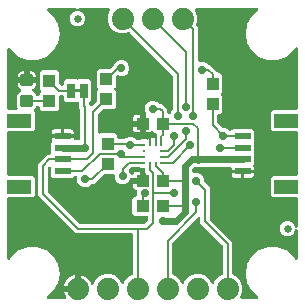
<source format=gtl>
G04 EAGLE Gerber RS-274X export*
G75*
%MOMM*%
%FSLAX34Y34*%
%LPD*%
%INTop Copper*%
%IPPOS*%
%AMOC8*
5,1,8,0,0,1.08239X$1,22.5*%
G01*
%ADD10C,0.635000*%
%ADD11R,2.000000X1.200000*%
%ADD12R,1.350000X0.600000*%
%ADD13R,1.100000X1.000000*%
%ADD14R,1.000000X1.100000*%
%ADD15C,0.300000*%
%ADD16R,0.660400X1.270000*%
%ADD17C,1.879600*%
%ADD18R,0.275000X0.250000*%
%ADD19R,0.250000X0.275000*%
%ADD20C,0.736600*%
%ADD21C,0.203200*%
%ADD22C,0.609600*%
%ADD23C,0.177800*%

G36*
X215405Y4069D02*
X215405Y4069D01*
X215440Y4067D01*
X215562Y4089D01*
X215685Y4105D01*
X215718Y4118D01*
X215753Y4124D01*
X215865Y4176D01*
X215981Y4222D01*
X216009Y4242D01*
X216041Y4257D01*
X216138Y4336D01*
X216238Y4408D01*
X216261Y4436D01*
X216288Y4458D01*
X216361Y4558D01*
X216441Y4653D01*
X216456Y4685D01*
X216477Y4714D01*
X216523Y4829D01*
X216576Y4941D01*
X216583Y4976D01*
X216596Y5009D01*
X216613Y5132D01*
X216636Y5253D01*
X216634Y5289D01*
X216639Y5324D01*
X216624Y5447D01*
X216616Y5571D01*
X216605Y5605D01*
X216601Y5640D01*
X216556Y5756D01*
X216518Y5873D01*
X216499Y5903D01*
X216487Y5936D01*
X216414Y6037D01*
X216348Y6142D01*
X216322Y6166D01*
X216302Y6195D01*
X216185Y6306D01*
X211015Y10644D01*
X207029Y17549D01*
X205645Y25400D01*
X207029Y33251D01*
X211015Y40155D01*
X217122Y45280D01*
X224614Y48007D01*
X232586Y48007D01*
X240078Y45280D01*
X246185Y40156D01*
X247567Y37762D01*
X247655Y37646D01*
X247740Y37528D01*
X247751Y37519D01*
X247759Y37509D01*
X247873Y37418D01*
X247985Y37325D01*
X247998Y37319D01*
X248008Y37311D01*
X248142Y37251D01*
X248273Y37190D01*
X248286Y37187D01*
X248299Y37182D01*
X248443Y37157D01*
X248586Y37130D01*
X248599Y37131D01*
X248612Y37128D01*
X248758Y37141D01*
X248903Y37150D01*
X248916Y37154D01*
X248929Y37155D01*
X249067Y37203D01*
X249205Y37248D01*
X249217Y37255D01*
X249230Y37259D01*
X249351Y37340D01*
X249474Y37418D01*
X249483Y37428D01*
X249495Y37435D01*
X249592Y37543D01*
X249692Y37649D01*
X249699Y37661D01*
X249708Y37671D01*
X249775Y37801D01*
X249846Y37928D01*
X249849Y37941D01*
X249855Y37953D01*
X249889Y38095D01*
X249925Y38236D01*
X249926Y38254D01*
X249928Y38263D01*
X249928Y38280D01*
X249935Y38397D01*
X249935Y61703D01*
X249927Y61772D01*
X249928Y61842D01*
X249907Y61930D01*
X249895Y62019D01*
X249870Y62084D01*
X249853Y62151D01*
X249811Y62231D01*
X249778Y62314D01*
X249737Y62371D01*
X249705Y62432D01*
X249644Y62499D01*
X249592Y62572D01*
X249538Y62616D01*
X249491Y62668D01*
X249416Y62717D01*
X249347Y62774D01*
X249283Y62804D01*
X249225Y62843D01*
X249140Y62872D01*
X249059Y62910D01*
X248990Y62923D01*
X248924Y62946D01*
X248835Y62953D01*
X248747Y62970D01*
X248677Y62965D01*
X248607Y62971D01*
X248519Y62956D01*
X248429Y62950D01*
X248363Y62929D01*
X248294Y62917D01*
X248212Y62880D01*
X248127Y62852D01*
X248068Y62815D01*
X248004Y62786D01*
X247934Y62730D01*
X247858Y62682D01*
X247810Y62631D01*
X247756Y62587D01*
X247701Y62516D01*
X247640Y62450D01*
X247606Y62389D01*
X247564Y62333D01*
X247493Y62189D01*
X246576Y59975D01*
X244825Y58224D01*
X242538Y57276D01*
X240062Y57276D01*
X237775Y58224D01*
X236024Y59975D01*
X235076Y62262D01*
X235076Y64738D01*
X236024Y67025D01*
X237775Y68776D01*
X240062Y69724D01*
X242538Y69724D01*
X244825Y68776D01*
X246576Y67025D01*
X247493Y64811D01*
X247528Y64751D01*
X247554Y64686D01*
X247606Y64613D01*
X247651Y64535D01*
X247699Y64485D01*
X247740Y64428D01*
X247810Y64371D01*
X247872Y64307D01*
X247932Y64270D01*
X247985Y64226D01*
X248067Y64187D01*
X248143Y64140D01*
X248210Y64120D01*
X248273Y64090D01*
X248361Y64073D01*
X248447Y64047D01*
X248517Y64043D01*
X248586Y64030D01*
X248675Y64036D01*
X248765Y64032D01*
X248833Y64046D01*
X248903Y64050D01*
X248988Y64078D01*
X249076Y64096D01*
X249139Y64127D01*
X249205Y64148D01*
X249281Y64196D01*
X249362Y64236D01*
X249415Y64281D01*
X249474Y64318D01*
X249536Y64384D01*
X249604Y64442D01*
X249644Y64499D01*
X249692Y64550D01*
X249735Y64628D01*
X249787Y64702D01*
X249812Y64767D01*
X249846Y64828D01*
X249868Y64915D01*
X249900Y64999D01*
X249908Y65069D01*
X249925Y65136D01*
X249935Y65297D01*
X249935Y88682D01*
X249920Y88800D01*
X249913Y88919D01*
X249900Y88957D01*
X249895Y88998D01*
X249852Y89108D01*
X249815Y89221D01*
X249793Y89256D01*
X249778Y89293D01*
X249709Y89389D01*
X249645Y89490D01*
X249615Y89518D01*
X249592Y89551D01*
X249500Y89627D01*
X249413Y89708D01*
X249378Y89728D01*
X249347Y89753D01*
X249239Y89804D01*
X249135Y89862D01*
X249095Y89872D01*
X249059Y89889D01*
X248942Y89911D01*
X248827Y89941D01*
X248767Y89945D01*
X248747Y89949D01*
X248726Y89947D01*
X248666Y89951D01*
X228687Y89951D01*
X226901Y91737D01*
X226901Y106263D01*
X228687Y108049D01*
X248666Y108049D01*
X248784Y108064D01*
X248903Y108071D01*
X248941Y108084D01*
X248982Y108089D01*
X249092Y108132D01*
X249205Y108169D01*
X249240Y108191D01*
X249277Y108206D01*
X249373Y108275D01*
X249474Y108339D01*
X249502Y108369D01*
X249535Y108392D01*
X249611Y108484D01*
X249692Y108571D01*
X249712Y108606D01*
X249737Y108637D01*
X249788Y108745D01*
X249846Y108849D01*
X249856Y108889D01*
X249873Y108925D01*
X249895Y109042D01*
X249925Y109157D01*
X249929Y109217D01*
X249933Y109237D01*
X249931Y109258D01*
X249935Y109318D01*
X249935Y144682D01*
X249920Y144800D01*
X249913Y144919D01*
X249900Y144957D01*
X249895Y144998D01*
X249852Y145108D01*
X249815Y145221D01*
X249793Y145256D01*
X249778Y145293D01*
X249709Y145389D01*
X249645Y145490D01*
X249615Y145518D01*
X249592Y145551D01*
X249500Y145627D01*
X249413Y145708D01*
X249378Y145728D01*
X249347Y145753D01*
X249239Y145804D01*
X249135Y145862D01*
X249095Y145872D01*
X249059Y145889D01*
X248942Y145911D01*
X248827Y145941D01*
X248767Y145945D01*
X248747Y145949D01*
X248726Y145947D01*
X248666Y145951D01*
X228687Y145951D01*
X226901Y147737D01*
X226901Y162263D01*
X228687Y164049D01*
X248666Y164049D01*
X248784Y164064D01*
X248903Y164071D01*
X248941Y164084D01*
X248982Y164089D01*
X249092Y164132D01*
X249205Y164169D01*
X249240Y164191D01*
X249277Y164206D01*
X249373Y164275D01*
X249474Y164339D01*
X249502Y164369D01*
X249535Y164392D01*
X249611Y164484D01*
X249692Y164571D01*
X249712Y164606D01*
X249737Y164637D01*
X249788Y164745D01*
X249846Y164849D01*
X249856Y164889D01*
X249873Y164925D01*
X249895Y165042D01*
X249925Y165157D01*
X249929Y165217D01*
X249933Y165237D01*
X249931Y165258D01*
X249935Y165318D01*
X249935Y215603D01*
X249917Y215748D01*
X249902Y215893D01*
X249897Y215906D01*
X249895Y215919D01*
X249842Y216054D01*
X249791Y216191D01*
X249783Y216202D01*
X249778Y216215D01*
X249693Y216332D01*
X249610Y216452D01*
X249599Y216461D01*
X249592Y216472D01*
X249480Y216565D01*
X249369Y216660D01*
X249357Y216666D01*
X249347Y216675D01*
X249215Y216737D01*
X249084Y216802D01*
X249071Y216805D01*
X249059Y216810D01*
X248917Y216838D01*
X248773Y216868D01*
X248760Y216868D01*
X248747Y216870D01*
X248602Y216861D01*
X248456Y216855D01*
X248442Y216851D01*
X248429Y216850D01*
X248291Y216806D01*
X248151Y216763D01*
X248139Y216756D01*
X248127Y216752D01*
X248004Y216675D01*
X247879Y216599D01*
X247869Y216589D01*
X247858Y216582D01*
X247758Y216476D01*
X247656Y216372D01*
X247646Y216357D01*
X247640Y216351D01*
X247632Y216336D01*
X247567Y216238D01*
X246185Y213845D01*
X240078Y208720D01*
X232586Y205993D01*
X224614Y205993D01*
X217122Y208720D01*
X211015Y213844D01*
X207029Y220749D01*
X205645Y228600D01*
X207029Y236451D01*
X211015Y243355D01*
X216185Y247694D01*
X216209Y247720D01*
X216238Y247740D01*
X216317Y247836D01*
X216401Y247927D01*
X216418Y247958D01*
X216441Y247985D01*
X216494Y248098D01*
X216553Y248207D01*
X216561Y248241D01*
X216576Y248273D01*
X216599Y248395D01*
X216630Y248515D01*
X216629Y248551D01*
X216636Y248586D01*
X216628Y248709D01*
X216627Y248833D01*
X216618Y248868D01*
X216616Y248903D01*
X216578Y249021D01*
X216546Y249141D01*
X216529Y249172D01*
X216518Y249205D01*
X216452Y249310D01*
X216391Y249419D01*
X216367Y249444D01*
X216348Y249474D01*
X216258Y249559D01*
X216172Y249649D01*
X216142Y249668D01*
X216116Y249692D01*
X216008Y249752D01*
X215903Y249818D01*
X215869Y249829D01*
X215838Y249846D01*
X215718Y249877D01*
X215600Y249914D01*
X215564Y249916D01*
X215530Y249925D01*
X215369Y249935D01*
X164195Y249935D01*
X164146Y249929D01*
X164096Y249931D01*
X163989Y249909D01*
X163879Y249895D01*
X163833Y249877D01*
X163785Y249867D01*
X163686Y249819D01*
X163584Y249778D01*
X163544Y249749D01*
X163499Y249727D01*
X163415Y249656D01*
X163326Y249592D01*
X163295Y249553D01*
X163257Y249521D01*
X163194Y249431D01*
X163124Y249347D01*
X163102Y249302D01*
X163074Y249261D01*
X163035Y249158D01*
X162988Y249059D01*
X162979Y249010D01*
X162961Y248964D01*
X162949Y248854D01*
X162928Y248747D01*
X162931Y248697D01*
X162926Y248648D01*
X162941Y248539D01*
X162948Y248429D01*
X162963Y248382D01*
X162970Y248333D01*
X163022Y248180D01*
X164847Y243776D01*
X164847Y238824D01*
X163935Y236622D01*
X163927Y236593D01*
X163913Y236567D01*
X163885Y236441D01*
X163851Y236315D01*
X163850Y236286D01*
X163844Y236257D01*
X163848Y236127D01*
X163846Y235997D01*
X163852Y235969D01*
X163853Y235939D01*
X163889Y235814D01*
X163920Y235688D01*
X163934Y235662D01*
X163942Y235634D01*
X164008Y235522D01*
X164068Y235407D01*
X164088Y235385D01*
X164103Y235360D01*
X164210Y235239D01*
X165609Y233840D01*
X165609Y205939D01*
X165615Y205889D01*
X165613Y205840D01*
X165635Y205732D01*
X165649Y205623D01*
X165667Y205577D01*
X165677Y205528D01*
X165725Y205430D01*
X165766Y205327D01*
X165795Y205287D01*
X165817Y205242D01*
X165888Y205159D01*
X165952Y205070D01*
X165991Y205038D01*
X166023Y205000D01*
X166113Y204937D01*
X166197Y204867D01*
X166242Y204846D01*
X166283Y204817D01*
X166386Y204778D01*
X166485Y204732D01*
X166534Y204722D01*
X166580Y204705D01*
X166690Y204692D01*
X166797Y204672D01*
X166847Y204675D01*
X166896Y204669D01*
X167005Y204685D01*
X167115Y204692D01*
X167162Y204707D01*
X167211Y204714D01*
X167364Y204766D01*
X167571Y204852D01*
X170249Y204852D01*
X172723Y203827D01*
X173994Y202556D01*
X174072Y202496D01*
X174144Y202428D01*
X174197Y202399D01*
X174245Y202362D01*
X174336Y202322D01*
X174423Y202274D01*
X174481Y202259D01*
X174537Y202235D01*
X174635Y202220D01*
X174730Y202195D01*
X174830Y202189D01*
X174851Y202185D01*
X174863Y202187D01*
X174891Y202185D01*
X175674Y202185D01*
X181881Y195977D01*
X181887Y195881D01*
X181900Y195843D01*
X181905Y195802D01*
X181948Y195692D01*
X181985Y195579D01*
X182007Y195544D01*
X182022Y195507D01*
X182091Y195411D01*
X182155Y195310D01*
X182185Y195282D01*
X182208Y195249D01*
X182300Y195173D01*
X182387Y195092D01*
X182422Y195072D01*
X182453Y195047D01*
X182561Y194996D01*
X182665Y194938D01*
X182705Y194928D01*
X182741Y194911D01*
X182858Y194889D01*
X182973Y194859D01*
X183033Y194855D01*
X183053Y194851D01*
X183074Y194853D01*
X183134Y194849D01*
X184063Y194849D01*
X185849Y193063D01*
X185849Y179537D01*
X185009Y178697D01*
X184936Y178603D01*
X184857Y178514D01*
X184839Y178478D01*
X184814Y178446D01*
X184767Y178337D01*
X184713Y178231D01*
X184704Y178192D01*
X184688Y178154D01*
X184669Y178037D01*
X184643Y177921D01*
X184644Y177880D01*
X184638Y177840D01*
X184649Y177722D01*
X184653Y177603D01*
X184664Y177564D01*
X184668Y177524D01*
X184708Y177412D01*
X184741Y177297D01*
X184762Y177262D01*
X184775Y177224D01*
X184842Y177126D01*
X184903Y177023D01*
X184942Y176978D01*
X184954Y176961D01*
X184969Y176948D01*
X185009Y176902D01*
X185849Y176063D01*
X185849Y162537D01*
X184063Y160751D01*
X183134Y160751D01*
X183016Y160736D01*
X182897Y160729D01*
X182859Y160716D01*
X182818Y160711D01*
X182708Y160668D01*
X182595Y160631D01*
X182560Y160609D01*
X182523Y160594D01*
X182427Y160525D01*
X182326Y160461D01*
X182298Y160431D01*
X182265Y160408D01*
X182189Y160316D01*
X182108Y160229D01*
X182088Y160194D01*
X182063Y160163D01*
X182012Y160055D01*
X181954Y159951D01*
X181944Y159911D01*
X181927Y159875D01*
X181905Y159758D01*
X181875Y159643D01*
X181871Y159583D01*
X181867Y159563D01*
X181869Y159542D01*
X181865Y159482D01*
X181865Y153339D01*
X181877Y153241D01*
X181880Y153142D01*
X181897Y153084D01*
X181905Y153024D01*
X181941Y152932D01*
X181969Y152837D01*
X181999Y152785D01*
X182022Y152728D01*
X182080Y152648D01*
X182130Y152563D01*
X182196Y152487D01*
X182208Y152471D01*
X182218Y152463D01*
X182236Y152442D01*
X185335Y149343D01*
X185413Y149283D01*
X185485Y149215D01*
X185538Y149186D01*
X185586Y149149D01*
X185677Y149109D01*
X185764Y149061D01*
X185822Y149046D01*
X185878Y149022D01*
X185976Y149007D01*
X186072Y148982D01*
X186172Y148976D01*
X186192Y148972D01*
X186204Y148974D01*
X186232Y148972D01*
X188029Y148972D01*
X190503Y147947D01*
X191774Y146676D01*
X191852Y146616D01*
X191924Y146548D01*
X191977Y146519D01*
X192025Y146482D01*
X192116Y146442D01*
X192203Y146394D01*
X192261Y146379D01*
X192317Y146355D01*
X192415Y146340D01*
X192510Y146315D01*
X192610Y146309D01*
X192631Y146305D01*
X192643Y146307D01*
X192671Y146305D01*
X192917Y146305D01*
X193016Y146317D01*
X193115Y146320D01*
X193173Y146337D01*
X193233Y146345D01*
X193325Y146381D01*
X193420Y146409D01*
X193472Y146439D01*
X193529Y146462D01*
X193609Y146520D01*
X193694Y146570D01*
X193769Y146636D01*
X193786Y146648D01*
X193794Y146658D01*
X193815Y146676D01*
X195187Y148049D01*
X211213Y148049D01*
X212999Y146263D01*
X212999Y137697D01*
X212989Y137678D01*
X212964Y137646D01*
X212917Y137537D01*
X212863Y137431D01*
X212854Y137391D01*
X212838Y137354D01*
X212819Y137236D01*
X212793Y137121D01*
X212794Y137080D01*
X212788Y137040D01*
X212799Y136921D01*
X212803Y136803D01*
X212814Y136764D01*
X212818Y136724D01*
X212858Y136611D01*
X212891Y136497D01*
X212912Y136462D01*
X212925Y136424D01*
X212992Y136326D01*
X212999Y136315D01*
X212999Y127697D01*
X212989Y127678D01*
X212964Y127646D01*
X212917Y127537D01*
X212863Y127431D01*
X212854Y127391D01*
X212838Y127354D01*
X212819Y127236D01*
X212793Y127121D01*
X212794Y127080D01*
X212788Y127040D01*
X212799Y126921D01*
X212803Y126803D01*
X212814Y126764D01*
X212818Y126724D01*
X212858Y126611D01*
X212891Y126497D01*
X212912Y126462D01*
X212925Y126424D01*
X212992Y126326D01*
X212999Y126315D01*
X212999Y117737D01*
X212609Y117347D01*
X212544Y117263D01*
X212472Y117186D01*
X212447Y117138D01*
X212414Y117096D01*
X212372Y116999D01*
X212322Y116906D01*
X212309Y116853D01*
X212287Y116804D01*
X212271Y116699D01*
X212245Y116597D01*
X212246Y116543D01*
X212237Y116490D01*
X212247Y116384D01*
X212248Y116279D01*
X212265Y116195D01*
X212267Y116173D01*
X212272Y116158D01*
X212280Y116121D01*
X212491Y115334D01*
X212491Y113499D01*
X203430Y113499D01*
X203312Y113484D01*
X203193Y113477D01*
X203186Y113475D01*
X203130Y113489D01*
X203070Y113493D01*
X203050Y113497D01*
X203030Y113495D01*
X202970Y113499D01*
X193909Y113499D01*
X193909Y114634D01*
X193894Y114752D01*
X193887Y114871D01*
X193874Y114909D01*
X193869Y114950D01*
X193826Y115060D01*
X193789Y115173D01*
X193767Y115208D01*
X193752Y115245D01*
X193683Y115341D01*
X193619Y115442D01*
X193589Y115470D01*
X193566Y115503D01*
X193474Y115579D01*
X193387Y115660D01*
X193352Y115680D01*
X193321Y115705D01*
X193213Y115756D01*
X193109Y115814D01*
X193069Y115824D01*
X193033Y115841D01*
X192916Y115863D01*
X192801Y115893D01*
X192741Y115897D01*
X192721Y115901D01*
X192700Y115899D01*
X192640Y115903D01*
X166758Y115903D01*
X166749Y115902D01*
X166740Y115903D01*
X166591Y115882D01*
X166443Y115863D01*
X166434Y115860D01*
X166425Y115859D01*
X166321Y115823D01*
X163873Y115823D01*
X163766Y115851D01*
X163621Y115891D01*
X163611Y115891D01*
X163602Y115893D01*
X163442Y115903D01*
X163151Y115903D01*
X163053Y115891D01*
X162954Y115888D01*
X162896Y115871D01*
X162836Y115863D01*
X162743Y115827D01*
X162648Y115799D01*
X162596Y115769D01*
X162540Y115746D01*
X162460Y115688D01*
X162374Y115638D01*
X162299Y115572D01*
X162283Y115560D01*
X162275Y115550D01*
X162254Y115532D01*
X161027Y114305D01*
X160967Y114227D01*
X160899Y114155D01*
X160870Y114102D01*
X160833Y114054D01*
X160793Y113963D01*
X160745Y113877D01*
X160730Y113818D01*
X160706Y113762D01*
X160691Y113664D01*
X160666Y113569D01*
X160660Y113469D01*
X160656Y113448D01*
X160658Y113436D01*
X160656Y113408D01*
X160656Y112011D01*
X160662Y111962D01*
X160660Y111912D01*
X160682Y111805D01*
X160696Y111696D01*
X160714Y111649D01*
X160724Y111601D01*
X160772Y111502D01*
X160813Y111400D01*
X160842Y111360D01*
X160864Y111315D01*
X160935Y111231D01*
X160999Y111143D01*
X161038Y111111D01*
X161070Y111073D01*
X161160Y111010D01*
X161244Y110940D01*
X161289Y110919D01*
X161330Y110890D01*
X161433Y110851D01*
X161532Y110804D01*
X161581Y110795D01*
X161627Y110777D01*
X161737Y110765D01*
X161844Y110744D01*
X161894Y110748D01*
X161944Y110742D01*
X162052Y110757D01*
X162162Y110764D01*
X162209Y110780D01*
X162258Y110786D01*
X162411Y110839D01*
X162491Y110872D01*
X165169Y110872D01*
X167643Y109847D01*
X169537Y107953D01*
X170562Y105479D01*
X170562Y103682D01*
X170574Y103584D01*
X170577Y103485D01*
X170594Y103427D01*
X170602Y103367D01*
X170638Y103275D01*
X170666Y103180D01*
X170696Y103128D01*
X170719Y103071D01*
X170777Y102991D01*
X170827Y102906D01*
X170893Y102830D01*
X170905Y102814D01*
X170915Y102806D01*
X170933Y102785D01*
X175515Y98204D01*
X175515Y72059D01*
X175527Y71961D01*
X175530Y71862D01*
X175547Y71804D01*
X175555Y71744D01*
X175591Y71652D01*
X175619Y71557D01*
X175649Y71505D01*
X175672Y71448D01*
X175730Y71368D01*
X175780Y71283D01*
X175846Y71207D01*
X175858Y71191D01*
X175868Y71183D01*
X175886Y71162D01*
X194565Y52484D01*
X194565Y25337D01*
X194568Y25307D01*
X194566Y25278D01*
X194588Y25150D01*
X194605Y25021D01*
X194615Y24994D01*
X194620Y24965D01*
X194674Y24846D01*
X194722Y24725D01*
X194739Y24702D01*
X194751Y24675D01*
X194832Y24573D01*
X194908Y24468D01*
X194931Y24449D01*
X194950Y24426D01*
X195053Y24348D01*
X195153Y24265D01*
X195180Y24253D01*
X195204Y24235D01*
X195348Y24164D01*
X197550Y23252D01*
X201052Y19750D01*
X202947Y15176D01*
X202947Y10224D01*
X201122Y5820D01*
X201109Y5772D01*
X201088Y5727D01*
X201067Y5619D01*
X201038Y5513D01*
X201038Y5463D01*
X201028Y5414D01*
X201035Y5305D01*
X201033Y5195D01*
X201045Y5147D01*
X201048Y5097D01*
X201082Y4993D01*
X201107Y4886D01*
X201131Y4842D01*
X201146Y4795D01*
X201205Y4702D01*
X201256Y4605D01*
X201290Y4568D01*
X201316Y4526D01*
X201396Y4451D01*
X201470Y4369D01*
X201512Y4342D01*
X201548Y4308D01*
X201644Y4255D01*
X201736Y4195D01*
X201783Y4178D01*
X201826Y4154D01*
X201933Y4127D01*
X202037Y4091D01*
X202086Y4087D01*
X202134Y4075D01*
X202295Y4065D01*
X215369Y4065D01*
X215405Y4069D01*
G37*
G36*
X116196Y138697D02*
X116196Y138697D01*
X116295Y138700D01*
X116353Y138717D01*
X116413Y138725D01*
X116505Y138761D01*
X116600Y138789D01*
X116652Y138819D01*
X116709Y138842D01*
X116789Y138900D01*
X116874Y138950D01*
X116949Y139016D01*
X116966Y139028D01*
X116974Y139038D01*
X116986Y139049D01*
X122042Y139049D01*
X122061Y139032D01*
X122097Y139014D01*
X122129Y138989D01*
X122238Y138942D01*
X122344Y138888D01*
X122383Y138879D01*
X122421Y138863D01*
X122538Y138844D01*
X122654Y138818D01*
X122695Y138819D01*
X122735Y138813D01*
X122853Y138824D01*
X122972Y138828D01*
X123011Y138839D01*
X123051Y138843D01*
X123163Y138883D01*
X123278Y138916D01*
X123312Y138937D01*
X123351Y138950D01*
X123449Y139017D01*
X123552Y139078D01*
X123597Y139118D01*
X123614Y139129D01*
X123627Y139144D01*
X123672Y139184D01*
X124537Y140049D01*
X129166Y140049D01*
X129284Y140064D01*
X129403Y140071D01*
X129441Y140084D01*
X129482Y140089D01*
X129592Y140132D01*
X129705Y140169D01*
X129740Y140191D01*
X129777Y140206D01*
X129873Y140275D01*
X129974Y140339D01*
X130002Y140369D01*
X130035Y140392D01*
X130111Y140484D01*
X130192Y140571D01*
X130212Y140606D01*
X130237Y140637D01*
X130288Y140745D01*
X130346Y140849D01*
X130356Y140889D01*
X130373Y140925D01*
X130395Y141042D01*
X130425Y141157D01*
X130429Y141217D01*
X130433Y141237D01*
X130431Y141258D01*
X130435Y141318D01*
X130435Y143082D01*
X130420Y143200D01*
X130413Y143319D01*
X130400Y143357D01*
X130395Y143398D01*
X130352Y143508D01*
X130315Y143621D01*
X130293Y143656D01*
X130278Y143693D01*
X130209Y143789D01*
X130145Y143890D01*
X130115Y143918D01*
X130092Y143951D01*
X130000Y144027D01*
X129913Y144108D01*
X129878Y144128D01*
X129847Y144153D01*
X129739Y144204D01*
X129635Y144262D01*
X129595Y144272D01*
X129559Y144289D01*
X129442Y144311D01*
X129327Y144341D01*
X129267Y144345D01*
X129247Y144349D01*
X129226Y144347D01*
X129166Y144351D01*
X128737Y144351D01*
X127538Y145550D01*
X127444Y145623D01*
X127355Y145702D01*
X127319Y145720D01*
X127287Y145745D01*
X127178Y145792D01*
X127072Y145847D01*
X127032Y145855D01*
X126995Y145871D01*
X126877Y145890D01*
X126761Y145916D01*
X126721Y145915D01*
X126681Y145921D01*
X126562Y145910D01*
X126444Y145907D01*
X126405Y145895D01*
X126364Y145891D01*
X126252Y145851D01*
X126138Y145818D01*
X126103Y145798D01*
X126065Y145784D01*
X125967Y145717D01*
X125864Y145657D01*
X125819Y145617D01*
X125802Y145605D01*
X125789Y145590D01*
X125743Y145550D01*
X125560Y145367D01*
X124981Y145032D01*
X124334Y144859D01*
X120999Y144859D01*
X120999Y151170D01*
X120984Y151288D01*
X120977Y151407D01*
X120964Y151445D01*
X120959Y151485D01*
X120916Y151596D01*
X120879Y151709D01*
X120857Y151743D01*
X120842Y151781D01*
X120773Y151877D01*
X120709Y151978D01*
X120679Y152006D01*
X120656Y152038D01*
X120564Y152114D01*
X120477Y152196D01*
X120442Y152215D01*
X120411Y152241D01*
X120303Y152292D01*
X120199Y152349D01*
X120159Y152359D01*
X120123Y152377D01*
X120016Y152397D01*
X120046Y152401D01*
X120156Y152445D01*
X120269Y152481D01*
X120304Y152503D01*
X120341Y152518D01*
X120437Y152588D01*
X120538Y152651D01*
X120566Y152681D01*
X120599Y152705D01*
X120675Y152796D01*
X120756Y152883D01*
X120776Y152918D01*
X120801Y152950D01*
X120852Y153057D01*
X120910Y153162D01*
X120920Y153201D01*
X120937Y153237D01*
X120959Y153354D01*
X120989Y153470D01*
X120993Y153530D01*
X120997Y153550D01*
X120995Y153570D01*
X120999Y153630D01*
X120999Y160501D01*
X121022Y160529D01*
X121044Y160574D01*
X121072Y160615D01*
X121111Y160718D01*
X121158Y160817D01*
X121167Y160866D01*
X121185Y160912D01*
X121197Y161022D01*
X121218Y161129D01*
X121215Y161179D01*
X121220Y161228D01*
X121205Y161337D01*
X121198Y161447D01*
X121183Y161494D01*
X121176Y161543D01*
X121124Y161696D01*
X120268Y163761D01*
X120268Y166439D01*
X121293Y168913D01*
X123187Y170807D01*
X125661Y171832D01*
X128339Y171832D01*
X130813Y170807D01*
X132084Y169536D01*
X132162Y169476D01*
X132234Y169408D01*
X132287Y169379D01*
X132335Y169342D01*
X132426Y169302D01*
X132513Y169254D01*
X132571Y169239D01*
X132627Y169215D01*
X132725Y169200D01*
X132820Y169175D01*
X132920Y169169D01*
X132941Y169165D01*
X132953Y169167D01*
X132981Y169165D01*
X135034Y169165D01*
X139565Y164634D01*
X139565Y161718D01*
X139580Y161600D01*
X139587Y161481D01*
X139600Y161443D01*
X139605Y161402D01*
X139648Y161292D01*
X139685Y161179D01*
X139707Y161144D01*
X139722Y161107D01*
X139791Y161011D01*
X139855Y160910D01*
X139885Y160882D01*
X139908Y160849D01*
X140000Y160773D01*
X140087Y160692D01*
X140122Y160672D01*
X140153Y160647D01*
X140261Y160596D01*
X140365Y160538D01*
X140405Y160528D01*
X140441Y160511D01*
X140558Y160489D01*
X140673Y160459D01*
X140733Y160455D01*
X140753Y160451D01*
X140774Y160453D01*
X140834Y160449D01*
X141107Y160449D01*
X141136Y160452D01*
X141165Y160450D01*
X141293Y160472D01*
X141422Y160489D01*
X141450Y160499D01*
X141479Y160504D01*
X141597Y160558D01*
X141718Y160606D01*
X141742Y160623D01*
X141769Y160635D01*
X141870Y160716D01*
X141975Y160792D01*
X141994Y160815D01*
X142017Y160834D01*
X142095Y160937D01*
X142178Y161037D01*
X142191Y161064D01*
X142208Y161088D01*
X142279Y161232D01*
X142883Y162690D01*
X144154Y163961D01*
X144214Y164039D01*
X144282Y164111D01*
X144311Y164164D01*
X144348Y164212D01*
X144388Y164303D01*
X144436Y164390D01*
X144451Y164448D01*
X144475Y164504D01*
X144490Y164602D01*
X144515Y164697D01*
X144521Y164797D01*
X144525Y164818D01*
X144523Y164830D01*
X144525Y164858D01*
X144525Y192101D01*
X144513Y192199D01*
X144510Y192298D01*
X144493Y192356D01*
X144485Y192416D01*
X144449Y192508D01*
X144421Y192603D01*
X144391Y192655D01*
X144368Y192712D01*
X144310Y192792D01*
X144260Y192877D01*
X144194Y192953D01*
X144182Y192969D01*
X144172Y192977D01*
X144154Y192998D01*
X107661Y229490D01*
X107638Y229508D01*
X107619Y229531D01*
X107513Y229606D01*
X107410Y229685D01*
X107383Y229697D01*
X107359Y229714D01*
X107237Y229760D01*
X107118Y229812D01*
X107089Y229816D01*
X107061Y229827D01*
X106932Y229841D01*
X106804Y229861D01*
X106775Y229859D01*
X106745Y229862D01*
X106617Y229844D01*
X106487Y229832D01*
X106460Y229822D01*
X106430Y229818D01*
X106278Y229765D01*
X104076Y228853D01*
X99124Y228853D01*
X94550Y230748D01*
X91048Y234250D01*
X89153Y238824D01*
X89153Y243776D01*
X90978Y248180D01*
X90991Y248228D01*
X91012Y248273D01*
X91033Y248381D01*
X91062Y248487D01*
X91062Y248537D01*
X91072Y248586D01*
X91065Y248695D01*
X91067Y248805D01*
X91055Y248853D01*
X91052Y248903D01*
X91018Y249007D01*
X90993Y249114D01*
X90969Y249158D01*
X90954Y249205D01*
X90895Y249298D01*
X90844Y249395D01*
X90810Y249432D01*
X90784Y249474D01*
X90704Y249549D01*
X90630Y249631D01*
X90588Y249658D01*
X90552Y249692D01*
X90456Y249745D01*
X90364Y249805D01*
X90317Y249822D01*
X90274Y249846D01*
X90167Y249873D01*
X90063Y249909D01*
X90014Y249913D01*
X89966Y249925D01*
X89805Y249935D01*
X65297Y249935D01*
X65228Y249927D01*
X65158Y249928D01*
X65070Y249907D01*
X64981Y249895D01*
X64916Y249870D01*
X64849Y249853D01*
X64769Y249811D01*
X64686Y249778D01*
X64629Y249737D01*
X64568Y249705D01*
X64501Y249644D01*
X64428Y249592D01*
X64384Y249538D01*
X64332Y249491D01*
X64283Y249416D01*
X64226Y249347D01*
X64196Y249283D01*
X64157Y249225D01*
X64128Y249140D01*
X64090Y249059D01*
X64077Y248990D01*
X64054Y248924D01*
X64047Y248835D01*
X64030Y248747D01*
X64035Y248677D01*
X64029Y248607D01*
X64044Y248519D01*
X64050Y248429D01*
X64071Y248363D01*
X64083Y248294D01*
X64120Y248212D01*
X64148Y248127D01*
X64185Y248068D01*
X64214Y248004D01*
X64270Y247934D01*
X64318Y247858D01*
X64369Y247810D01*
X64413Y247756D01*
X64484Y247701D01*
X64550Y247640D01*
X64611Y247606D01*
X64667Y247564D01*
X64811Y247493D01*
X67025Y246576D01*
X68776Y244825D01*
X69724Y242538D01*
X69724Y240062D01*
X68776Y237775D01*
X67025Y236024D01*
X64738Y235076D01*
X62262Y235076D01*
X59975Y236024D01*
X58224Y237775D01*
X57276Y240062D01*
X57276Y242538D01*
X58224Y244825D01*
X59975Y246576D01*
X62189Y247493D01*
X62249Y247528D01*
X62314Y247554D01*
X62387Y247606D01*
X62465Y247651D01*
X62515Y247699D01*
X62572Y247740D01*
X62629Y247810D01*
X62693Y247872D01*
X62730Y247932D01*
X62774Y247985D01*
X62813Y248067D01*
X62860Y248143D01*
X62880Y248210D01*
X62910Y248273D01*
X62927Y248361D01*
X62953Y248447D01*
X62957Y248517D01*
X62970Y248586D01*
X62964Y248675D01*
X62968Y248765D01*
X62954Y248833D01*
X62950Y248903D01*
X62922Y248988D01*
X62904Y249076D01*
X62873Y249139D01*
X62852Y249205D01*
X62804Y249281D01*
X62764Y249362D01*
X62719Y249415D01*
X62682Y249474D01*
X62616Y249536D01*
X62558Y249604D01*
X62501Y249644D01*
X62450Y249692D01*
X62372Y249735D01*
X62298Y249787D01*
X62233Y249812D01*
X62172Y249846D01*
X62085Y249868D01*
X62001Y249900D01*
X61931Y249908D01*
X61864Y249925D01*
X61703Y249935D01*
X38631Y249935D01*
X38595Y249931D01*
X38560Y249933D01*
X38438Y249911D01*
X38315Y249895D01*
X38282Y249882D01*
X38247Y249876D01*
X38135Y249824D01*
X38019Y249778D01*
X37991Y249758D01*
X37959Y249743D01*
X37862Y249664D01*
X37762Y249592D01*
X37739Y249564D01*
X37712Y249542D01*
X37639Y249442D01*
X37559Y249347D01*
X37544Y249315D01*
X37523Y249286D01*
X37477Y249171D01*
X37424Y249059D01*
X37417Y249024D01*
X37404Y248991D01*
X37387Y248868D01*
X37364Y248747D01*
X37366Y248711D01*
X37361Y248676D01*
X37376Y248553D01*
X37384Y248429D01*
X37395Y248395D01*
X37399Y248360D01*
X37444Y248244D01*
X37482Y248127D01*
X37501Y248097D01*
X37513Y248064D01*
X37586Y247963D01*
X37652Y247858D01*
X37678Y247834D01*
X37698Y247805D01*
X37815Y247694D01*
X42985Y243356D01*
X46971Y236451D01*
X48355Y228600D01*
X46971Y220749D01*
X42985Y213845D01*
X36878Y208720D01*
X29386Y205993D01*
X21414Y205993D01*
X13922Y208720D01*
X7815Y213844D01*
X6433Y216238D01*
X6345Y216354D01*
X6260Y216472D01*
X6249Y216481D01*
X6241Y216491D01*
X6127Y216582D01*
X6015Y216675D01*
X6002Y216681D01*
X5992Y216689D01*
X5858Y216749D01*
X5727Y216810D01*
X5714Y216813D01*
X5701Y216818D01*
X5557Y216843D01*
X5414Y216870D01*
X5401Y216869D01*
X5388Y216872D01*
X5242Y216859D01*
X5097Y216850D01*
X5084Y216846D01*
X5071Y216845D01*
X4933Y216797D01*
X4795Y216752D01*
X4783Y216745D01*
X4770Y216741D01*
X4649Y216660D01*
X4526Y216582D01*
X4517Y216572D01*
X4505Y216565D01*
X4408Y216457D01*
X4308Y216351D01*
X4301Y216339D01*
X4292Y216329D01*
X4225Y216199D01*
X4154Y216072D01*
X4151Y216059D01*
X4145Y216047D01*
X4111Y215905D01*
X4075Y215764D01*
X4074Y215746D01*
X4072Y215737D01*
X4072Y215720D01*
X4065Y215603D01*
X4065Y165318D01*
X4080Y165200D01*
X4087Y165081D01*
X4100Y165043D01*
X4105Y165002D01*
X4148Y164892D01*
X4185Y164779D01*
X4207Y164744D01*
X4222Y164707D01*
X4291Y164611D01*
X4355Y164510D01*
X4385Y164482D01*
X4408Y164449D01*
X4500Y164373D01*
X4587Y164292D01*
X4622Y164272D01*
X4653Y164247D01*
X4761Y164196D01*
X4865Y164138D01*
X4905Y164128D01*
X4941Y164111D01*
X5058Y164089D01*
X5173Y164059D01*
X5233Y164055D01*
X5253Y164051D01*
X5274Y164053D01*
X5334Y164049D01*
X11344Y164049D01*
X11482Y164066D01*
X11621Y164079D01*
X11640Y164086D01*
X11660Y164089D01*
X11789Y164140D01*
X11920Y164187D01*
X11937Y164198D01*
X11955Y164206D01*
X12068Y164287D01*
X12183Y164365D01*
X12196Y164381D01*
X12213Y164392D01*
X12301Y164500D01*
X12393Y164604D01*
X12403Y164622D01*
X12416Y164637D01*
X12475Y164763D01*
X12538Y164887D01*
X12543Y164907D01*
X12551Y164925D01*
X12577Y165061D01*
X12608Y165197D01*
X12607Y165218D01*
X12611Y165237D01*
X12602Y165376D01*
X12598Y165515D01*
X12592Y165535D01*
X12591Y165555D01*
X12548Y165687D01*
X12510Y165821D01*
X12499Y165838D01*
X12493Y165857D01*
X12419Y165975D01*
X12348Y166095D01*
X12329Y166116D01*
X12323Y166126D01*
X12308Y166140D01*
X12271Y166182D01*
X12271Y176954D01*
X15296Y179979D01*
X15373Y180078D01*
X15455Y180173D01*
X15470Y180204D01*
X15491Y180230D01*
X15541Y180346D01*
X15597Y180458D01*
X15604Y180491D01*
X15617Y180522D01*
X15637Y180646D01*
X15663Y180769D01*
X15662Y180803D01*
X15667Y180836D01*
X15656Y180961D01*
X15650Y181087D01*
X15641Y181119D01*
X15637Y181153D01*
X15595Y181271D01*
X15559Y181392D01*
X15541Y181420D01*
X15530Y181452D01*
X15459Y181556D01*
X15394Y181664D01*
X15370Y181687D01*
X15351Y181715D01*
X15257Y181798D01*
X15167Y181887D01*
X15127Y181914D01*
X15113Y181926D01*
X15094Y181936D01*
X15033Y181976D01*
X14339Y182377D01*
X13587Y183129D01*
X13055Y184050D01*
X12779Y185078D01*
X12779Y186611D01*
X19090Y186611D01*
X19208Y186626D01*
X19327Y186633D01*
X19365Y186645D01*
X19405Y186651D01*
X19516Y186694D01*
X19629Y186731D01*
X19663Y186753D01*
X19701Y186768D01*
X19797Y186837D01*
X19898Y186901D01*
X19926Y186931D01*
X19958Y186954D01*
X20034Y187046D01*
X20116Y187133D01*
X20135Y187168D01*
X20161Y187199D01*
X20212Y187307D01*
X20269Y187411D01*
X20279Y187451D01*
X20297Y187487D01*
X20317Y187594D01*
X20321Y187564D01*
X20365Y187454D01*
X20401Y187341D01*
X20423Y187306D01*
X20438Y187269D01*
X20508Y187172D01*
X20571Y187072D01*
X20601Y187044D01*
X20625Y187011D01*
X20716Y186935D01*
X20803Y186854D01*
X20838Y186834D01*
X20870Y186809D01*
X20977Y186758D01*
X21082Y186700D01*
X21121Y186690D01*
X21157Y186673D01*
X21274Y186651D01*
X21390Y186621D01*
X21450Y186617D01*
X21470Y186613D01*
X21490Y186615D01*
X21550Y186611D01*
X27861Y186611D01*
X27861Y185078D01*
X27585Y184050D01*
X27053Y183129D01*
X26301Y182377D01*
X25607Y181976D01*
X25506Y181900D01*
X25403Y181829D01*
X25380Y181804D01*
X25353Y181783D01*
X25275Y181685D01*
X25192Y181591D01*
X25177Y181561D01*
X25156Y181534D01*
X25105Y181419D01*
X25047Y181307D01*
X25040Y181275D01*
X25026Y181244D01*
X25005Y181120D01*
X24978Y180997D01*
X24979Y180964D01*
X24973Y180930D01*
X24984Y180805D01*
X24987Y180679D01*
X24997Y180647D01*
X25000Y180613D01*
X25041Y180494D01*
X25076Y180374D01*
X25093Y180345D01*
X25104Y180313D01*
X25174Y180208D01*
X25237Y180100D01*
X25270Y180063D01*
X25280Y180048D01*
X25296Y180033D01*
X25344Y179979D01*
X28369Y176954D01*
X28369Y176777D01*
X28384Y176659D01*
X28391Y176540D01*
X28404Y176502D01*
X28409Y176461D01*
X28452Y176351D01*
X28489Y176238D01*
X28511Y176203D01*
X28526Y176166D01*
X28595Y176070D01*
X28659Y175969D01*
X28689Y175941D01*
X28712Y175908D01*
X28804Y175832D01*
X28891Y175751D01*
X28926Y175731D01*
X28957Y175706D01*
X29065Y175655D01*
X29169Y175597D01*
X29209Y175587D01*
X29245Y175570D01*
X29362Y175548D01*
X29477Y175518D01*
X29537Y175514D01*
X29557Y175510D01*
X29578Y175512D01*
X29638Y175508D01*
X30052Y175508D01*
X30170Y175523D01*
X30289Y175530D01*
X30327Y175543D01*
X30368Y175548D01*
X30478Y175591D01*
X30591Y175628D01*
X30626Y175650D01*
X30663Y175665D01*
X30759Y175734D01*
X30860Y175798D01*
X30888Y175828D01*
X30921Y175851D01*
X30997Y175943D01*
X31078Y176030D01*
X31098Y176065D01*
X31123Y176096D01*
X31174Y176204D01*
X31232Y176308D01*
X31242Y176348D01*
X31259Y176384D01*
X31281Y176501D01*
X31311Y176616D01*
X31315Y176676D01*
X31319Y176696D01*
X31317Y176717D01*
X31321Y176777D01*
X31321Y178603D01*
X32161Y179442D01*
X32234Y179536D01*
X32313Y179626D01*
X32331Y179662D01*
X32356Y179694D01*
X32403Y179803D01*
X32457Y179909D01*
X32466Y179948D01*
X32482Y179986D01*
X32501Y180103D01*
X32527Y180219D01*
X32526Y180260D01*
X32532Y180300D01*
X32521Y180418D01*
X32517Y180537D01*
X32506Y180576D01*
X32502Y180616D01*
X32462Y180729D01*
X32429Y180843D01*
X32408Y180877D01*
X32395Y180916D01*
X32328Y181014D01*
X32267Y181117D01*
X32227Y181162D01*
X32216Y181179D01*
X32201Y181192D01*
X32161Y181237D01*
X31321Y182077D01*
X31321Y195603D01*
X33107Y197389D01*
X45633Y197389D01*
X47419Y195603D01*
X47419Y187065D01*
X47431Y186967D01*
X47434Y186868D01*
X47451Y186810D01*
X47459Y186750D01*
X47495Y186658D01*
X47523Y186563D01*
X47553Y186511D01*
X47576Y186454D01*
X47634Y186374D01*
X47684Y186289D01*
X47750Y186213D01*
X47762Y186197D01*
X47772Y186189D01*
X47790Y186168D01*
X49182Y184776D01*
X49260Y184716D01*
X49332Y184648D01*
X49385Y184619D01*
X49433Y184582D01*
X49524Y184542D01*
X49611Y184494D01*
X49669Y184479D01*
X49725Y184455D01*
X49823Y184440D01*
X49919Y184415D01*
X50019Y184409D01*
X50039Y184405D01*
X50051Y184407D01*
X50079Y184405D01*
X50673Y184405D01*
X50791Y184420D01*
X50910Y184427D01*
X50948Y184440D01*
X50989Y184445D01*
X51099Y184488D01*
X51212Y184525D01*
X51247Y184547D01*
X51284Y184562D01*
X51380Y184631D01*
X51481Y184695D01*
X51509Y184725D01*
X51542Y184748D01*
X51618Y184840D01*
X51699Y184927D01*
X51719Y184962D01*
X51744Y184993D01*
X51795Y185101D01*
X51853Y185205D01*
X51863Y185245D01*
X51880Y185281D01*
X51902Y185398D01*
X51932Y185513D01*
X51936Y185573D01*
X51940Y185593D01*
X51938Y185614D01*
X51942Y185674D01*
X51942Y187953D01*
X53728Y189739D01*
X62989Y189739D01*
X63069Y189698D01*
X63108Y189689D01*
X63145Y189673D01*
X63263Y189654D01*
X63379Y189628D01*
X63420Y189629D01*
X63460Y189623D01*
X63578Y189634D01*
X63697Y189638D01*
X63736Y189649D01*
X63776Y189653D01*
X63888Y189693D01*
X64003Y189726D01*
X64024Y189739D01*
X73272Y189739D01*
X75058Y187953D01*
X75058Y172727D01*
X73047Y170716D01*
X72974Y170622D01*
X72895Y170533D01*
X72877Y170497D01*
X72852Y170465D01*
X72805Y170356D01*
X72751Y170250D01*
X72742Y170210D01*
X72726Y170173D01*
X72707Y170055D01*
X72681Y169940D01*
X72682Y169899D01*
X72676Y169859D01*
X72687Y169741D01*
X72691Y169622D01*
X72702Y169583D01*
X72706Y169543D01*
X72746Y169431D01*
X72779Y169316D01*
X72800Y169281D01*
X72813Y169243D01*
X72880Y169145D01*
X72941Y169042D01*
X72980Y168997D01*
X72992Y168980D01*
X73007Y168967D01*
X73047Y168921D01*
X73936Y168033D01*
X73945Y167931D01*
X73952Y167912D01*
X73955Y167892D01*
X74006Y167763D01*
X74053Y167632D01*
X74064Y167615D01*
X74072Y167596D01*
X74153Y167484D01*
X74231Y167369D01*
X74247Y167355D01*
X74258Y167339D01*
X74366Y167250D01*
X74470Y167158D01*
X74488Y167149D01*
X74503Y167136D01*
X74629Y167077D01*
X74753Y167014D01*
X74773Y167009D01*
X74791Y167000D01*
X74927Y166974D01*
X75063Y166944D01*
X75084Y166944D01*
X75103Y166941D01*
X75242Y166949D01*
X75381Y166954D01*
X75401Y166959D01*
X75421Y166960D01*
X75553Y167003D01*
X75687Y167042D01*
X75704Y167052D01*
X75723Y167058D01*
X75841Y167133D01*
X75961Y167203D01*
X75982Y167222D01*
X75992Y167229D01*
X76006Y167244D01*
X76081Y167310D01*
X79210Y170438D01*
X79270Y170516D01*
X79338Y170588D01*
X79367Y170641D01*
X79404Y170689D01*
X79444Y170780D01*
X79492Y170867D01*
X79507Y170925D01*
X79531Y170981D01*
X79546Y171079D01*
X79571Y171175D01*
X79577Y171275D01*
X79581Y171295D01*
X79579Y171307D01*
X79581Y171335D01*
X79581Y179873D01*
X80421Y180712D01*
X80494Y180806D01*
X80573Y180896D01*
X80591Y180932D01*
X80616Y180964D01*
X80663Y181073D01*
X80717Y181179D01*
X80726Y181218D01*
X80742Y181256D01*
X80761Y181373D01*
X80787Y181489D01*
X80786Y181530D01*
X80792Y181570D01*
X80781Y181688D01*
X80777Y181807D01*
X80766Y181846D01*
X80762Y181886D01*
X80722Y181999D01*
X80689Y182113D01*
X80668Y182147D01*
X80655Y182186D01*
X80588Y182284D01*
X80527Y182387D01*
X80487Y182432D01*
X80476Y182449D01*
X80461Y182462D01*
X80421Y182507D01*
X79581Y183347D01*
X79581Y196873D01*
X81367Y198659D01*
X90277Y198659D01*
X90375Y198671D01*
X90474Y198674D01*
X90532Y198691D01*
X90592Y198699D01*
X90684Y198735D01*
X90779Y198763D01*
X90831Y198793D01*
X90888Y198816D01*
X90968Y198874D01*
X91053Y198924D01*
X91129Y198990D01*
X91145Y199002D01*
X91153Y199012D01*
X91174Y199030D01*
X93933Y201789D01*
X93939Y201797D01*
X93946Y201802D01*
X94036Y201922D01*
X94128Y202041D01*
X94132Y202049D01*
X94137Y202056D01*
X94208Y202201D01*
X94623Y203203D01*
X96517Y205097D01*
X98991Y206122D01*
X101669Y206122D01*
X104143Y205097D01*
X106037Y203203D01*
X107062Y200729D01*
X107062Y198051D01*
X106037Y195577D01*
X104143Y193683D01*
X101669Y192658D01*
X98991Y192658D01*
X97871Y193122D01*
X97842Y193130D01*
X97816Y193144D01*
X97689Y193172D01*
X97564Y193206D01*
X97534Y193207D01*
X97506Y193213D01*
X97376Y193209D01*
X97246Y193211D01*
X97217Y193204D01*
X97188Y193203D01*
X97063Y193167D01*
X96937Y193137D01*
X96911Y193123D01*
X96882Y193115D01*
X96770Y193049D01*
X96656Y192988D01*
X96634Y192969D01*
X96608Y192954D01*
X96487Y192847D01*
X96050Y192410D01*
X95990Y192332D01*
X95922Y192260D01*
X95893Y192207D01*
X95856Y192159D01*
X95816Y192068D01*
X95768Y191981D01*
X95753Y191922D01*
X95729Y191867D01*
X95714Y191769D01*
X95689Y191673D01*
X95683Y191573D01*
X95679Y191553D01*
X95681Y191541D01*
X95679Y191513D01*
X95679Y183347D01*
X94839Y182507D01*
X94766Y182413D01*
X94687Y182324D01*
X94669Y182288D01*
X94644Y182256D01*
X94597Y182147D01*
X94543Y182041D01*
X94534Y182002D01*
X94518Y181964D01*
X94499Y181847D01*
X94473Y181731D01*
X94474Y181690D01*
X94468Y181650D01*
X94479Y181532D01*
X94483Y181413D01*
X94494Y181374D01*
X94498Y181334D01*
X94538Y181222D01*
X94571Y181107D01*
X94592Y181072D01*
X94605Y181034D01*
X94672Y180936D01*
X94733Y180833D01*
X94772Y180788D01*
X94784Y180771D01*
X94799Y180758D01*
X94839Y180712D01*
X95679Y179873D01*
X95679Y166347D01*
X93893Y164561D01*
X85355Y164561D01*
X85257Y164549D01*
X85158Y164546D01*
X85100Y164529D01*
X85040Y164521D01*
X84948Y164485D01*
X84853Y164457D01*
X84801Y164427D01*
X84744Y164404D01*
X84664Y164346D01*
X84579Y164296D01*
X84503Y164230D01*
X84487Y164218D01*
X84479Y164208D01*
X84458Y164190D01*
X81066Y160798D01*
X81006Y160720D01*
X80938Y160648D01*
X80909Y160595D01*
X80872Y160547D01*
X80832Y160456D01*
X80784Y160369D01*
X80769Y160311D01*
X80745Y160255D01*
X80730Y160157D01*
X80705Y160061D01*
X80699Y159961D01*
X80695Y159941D01*
X80697Y159929D01*
X80695Y159901D01*
X80695Y145171D01*
X80712Y145033D01*
X80725Y144894D01*
X80732Y144875D01*
X80735Y144855D01*
X80786Y144726D01*
X80833Y144595D01*
X80844Y144578D01*
X80852Y144559D01*
X80933Y144447D01*
X81011Y144332D01*
X81027Y144318D01*
X81038Y144302D01*
X81146Y144213D01*
X81250Y144121D01*
X81268Y144112D01*
X81283Y144099D01*
X81409Y144040D01*
X81533Y143977D01*
X81553Y143972D01*
X81571Y143964D01*
X81707Y143938D01*
X81843Y143907D01*
X81864Y143908D01*
X81883Y143904D01*
X82022Y143912D01*
X82161Y143917D01*
X82181Y143922D01*
X82201Y143924D01*
X82333Y143966D01*
X82467Y144005D01*
X82484Y144015D01*
X82503Y144022D01*
X82546Y144049D01*
X95163Y144049D01*
X96949Y142263D01*
X96949Y140834D01*
X96964Y140716D01*
X96971Y140597D01*
X96984Y140559D01*
X96989Y140518D01*
X97032Y140408D01*
X97069Y140295D01*
X97091Y140260D01*
X97106Y140223D01*
X97175Y140127D01*
X97239Y140026D01*
X97269Y139998D01*
X97292Y139965D01*
X97384Y139889D01*
X97471Y139808D01*
X97506Y139788D01*
X97537Y139763D01*
X97645Y139712D01*
X97749Y139654D01*
X97789Y139644D01*
X97825Y139627D01*
X97942Y139605D01*
X98057Y139575D01*
X98117Y139571D01*
X98137Y139567D01*
X98158Y139569D01*
X98218Y139565D01*
X102849Y139565D01*
X102947Y139577D01*
X103046Y139580D01*
X103104Y139597D01*
X103164Y139605D01*
X103256Y139641D01*
X103352Y139669D01*
X103404Y139699D01*
X103460Y139722D01*
X103540Y139780D01*
X103626Y139830D01*
X103701Y139896D01*
X103717Y139908D01*
X103725Y139918D01*
X103746Y139936D01*
X104137Y140327D01*
X106611Y141352D01*
X109289Y141352D01*
X111763Y140327D01*
X113034Y139056D01*
X113112Y138996D01*
X113184Y138928D01*
X113237Y138899D01*
X113285Y138862D01*
X113376Y138822D01*
X113463Y138774D01*
X113521Y138759D01*
X113577Y138735D01*
X113675Y138720D01*
X113770Y138695D01*
X113870Y138689D01*
X113891Y138685D01*
X113903Y138687D01*
X113931Y138685D01*
X116097Y138685D01*
X116196Y138697D01*
G37*
G36*
X52565Y4070D02*
X52565Y4070D01*
X52605Y4067D01*
X52723Y4090D01*
X52841Y4105D01*
X52878Y4119D01*
X52917Y4127D01*
X53026Y4178D01*
X53137Y4222D01*
X53169Y4245D01*
X53205Y4262D01*
X53297Y4338D01*
X53394Y4408D01*
X53420Y4439D01*
X53450Y4464D01*
X53521Y4561D01*
X53597Y4653D01*
X53614Y4689D01*
X53638Y4722D01*
X53682Y4833D01*
X53733Y4941D01*
X53740Y4980D01*
X53755Y5017D01*
X53770Y5136D01*
X53792Y5253D01*
X53790Y5293D01*
X53795Y5333D01*
X53780Y5452D01*
X53773Y5571D01*
X53760Y5609D01*
X53755Y5648D01*
X53712Y5760D01*
X53675Y5873D01*
X53653Y5907D01*
X53639Y5944D01*
X53553Y6080D01*
X53289Y6443D01*
X52436Y8117D01*
X51855Y9904D01*
X51815Y10161D01*
X62230Y10161D01*
X62348Y10176D01*
X62467Y10183D01*
X62505Y10196D01*
X62545Y10201D01*
X62656Y10244D01*
X62769Y10281D01*
X62803Y10303D01*
X62841Y10318D01*
X62937Y10388D01*
X63038Y10451D01*
X63066Y10481D01*
X63098Y10504D01*
X63174Y10596D01*
X63256Y10683D01*
X63275Y10718D01*
X63301Y10749D01*
X63352Y10857D01*
X63409Y10961D01*
X63420Y11001D01*
X63437Y11037D01*
X63459Y11154D01*
X63489Y11269D01*
X63493Y11330D01*
X63497Y11350D01*
X63495Y11370D01*
X63499Y11430D01*
X63499Y12701D01*
X64770Y12701D01*
X64888Y12716D01*
X65007Y12723D01*
X65045Y12736D01*
X65085Y12741D01*
X65196Y12785D01*
X65309Y12821D01*
X65344Y12843D01*
X65381Y12858D01*
X65477Y12928D01*
X65578Y12991D01*
X65606Y13021D01*
X65639Y13045D01*
X65714Y13136D01*
X65796Y13223D01*
X65816Y13258D01*
X65841Y13290D01*
X65892Y13397D01*
X65950Y13502D01*
X65960Y13541D01*
X65977Y13577D01*
X65999Y13694D01*
X66029Y13809D01*
X66033Y13870D01*
X66037Y13890D01*
X66035Y13910D01*
X66039Y13970D01*
X66039Y24385D01*
X66296Y24345D01*
X68083Y23764D01*
X69757Y22911D01*
X71278Y21806D01*
X72606Y20478D01*
X73711Y18957D01*
X74564Y17283D01*
X74715Y16818D01*
X74728Y16791D01*
X74735Y16762D01*
X74795Y16648D01*
X74850Y16530D01*
X74869Y16507D01*
X74883Y16481D01*
X74970Y16385D01*
X75053Y16285D01*
X75077Y16268D01*
X75097Y16246D01*
X75206Y16174D01*
X75310Y16098D01*
X75338Y16087D01*
X75363Y16071D01*
X75486Y16029D01*
X75606Y15981D01*
X75636Y15977D01*
X75664Y15968D01*
X75793Y15957D01*
X75921Y15941D01*
X75951Y15945D01*
X75981Y15942D01*
X76109Y15965D01*
X76237Y15981D01*
X76265Y15992D01*
X76294Y15997D01*
X76412Y16050D01*
X76533Y16098D01*
X76557Y16115D01*
X76584Y16127D01*
X76685Y16208D01*
X76790Y16284D01*
X76809Y16307D01*
X76833Y16326D01*
X76911Y16430D01*
X76993Y16529D01*
X77006Y16556D01*
X77024Y16580D01*
X77095Y16725D01*
X78348Y19750D01*
X81850Y23252D01*
X86424Y25147D01*
X91376Y25147D01*
X95950Y23252D01*
X99452Y19751D01*
X100427Y17395D01*
X100496Y17274D01*
X100561Y17152D01*
X100575Y17137D01*
X100585Y17119D01*
X100682Y17019D01*
X100775Y16916D01*
X100792Y16905D01*
X100806Y16891D01*
X100924Y16818D01*
X101041Y16742D01*
X101060Y16735D01*
X101077Y16724D01*
X101210Y16684D01*
X101342Y16638D01*
X101362Y16637D01*
X101381Y16631D01*
X101520Y16624D01*
X101659Y16613D01*
X101679Y16617D01*
X101699Y16616D01*
X101835Y16644D01*
X101972Y16668D01*
X101991Y16676D01*
X102010Y16680D01*
X102135Y16741D01*
X102262Y16798D01*
X102278Y16811D01*
X102296Y16820D01*
X102402Y16910D01*
X102510Y16997D01*
X102523Y17013D01*
X102538Y17026D01*
X102618Y17140D01*
X102702Y17251D01*
X102714Y17276D01*
X102721Y17286D01*
X102728Y17305D01*
X102773Y17395D01*
X103748Y19750D01*
X107250Y23252D01*
X109452Y24164D01*
X109477Y24179D01*
X109505Y24188D01*
X109615Y24257D01*
X109728Y24322D01*
X109749Y24342D01*
X109774Y24358D01*
X109863Y24452D01*
X109956Y24543D01*
X109972Y24568D01*
X109992Y24590D01*
X110055Y24703D01*
X110123Y24814D01*
X110131Y24842D01*
X110146Y24868D01*
X110178Y24994D01*
X110216Y25118D01*
X110218Y25147D01*
X110225Y25176D01*
X110235Y25337D01*
X110235Y58166D01*
X110220Y58284D01*
X110213Y58403D01*
X110200Y58441D01*
X110195Y58482D01*
X110152Y58592D01*
X110115Y58705D01*
X110093Y58740D01*
X110078Y58777D01*
X110009Y58873D01*
X109945Y58974D01*
X109915Y59002D01*
X109892Y59035D01*
X109800Y59111D01*
X109713Y59192D01*
X109678Y59212D01*
X109647Y59237D01*
X109539Y59288D01*
X109435Y59346D01*
X109395Y59356D01*
X109359Y59373D01*
X109242Y59395D01*
X109127Y59425D01*
X109067Y59429D01*
X109047Y59433D01*
X109026Y59431D01*
X108966Y59435D01*
X61816Y59435D01*
X30225Y91026D01*
X30225Y118524D01*
X37766Y126065D01*
X39732Y126065D01*
X39850Y126080D01*
X39969Y126087D01*
X40007Y126100D01*
X40048Y126105D01*
X40158Y126148D01*
X40271Y126185D01*
X40306Y126207D01*
X40343Y126222D01*
X40439Y126291D01*
X40540Y126355D01*
X40568Y126385D01*
X40601Y126408D01*
X40677Y126500D01*
X40758Y126587D01*
X40778Y126622D01*
X40803Y126653D01*
X40854Y126761D01*
X40912Y126865D01*
X40922Y126905D01*
X40939Y126941D01*
X40961Y127058D01*
X40991Y127173D01*
X40995Y127233D01*
X40999Y127253D01*
X40997Y127274D01*
X41001Y127334D01*
X41001Y136263D01*
X41391Y136653D01*
X41456Y136737D01*
X41528Y136814D01*
X41553Y136862D01*
X41586Y136904D01*
X41628Y137001D01*
X41678Y137094D01*
X41691Y137147D01*
X41713Y137196D01*
X41729Y137301D01*
X41755Y137403D01*
X41754Y137457D01*
X41763Y137510D01*
X41753Y137616D01*
X41752Y137721D01*
X41735Y137805D01*
X41733Y137827D01*
X41728Y137842D01*
X41720Y137879D01*
X41509Y138666D01*
X41509Y140501D01*
X50570Y140501D01*
X50688Y140516D01*
X50807Y140523D01*
X50814Y140525D01*
X50870Y140511D01*
X50930Y140507D01*
X50950Y140503D01*
X50970Y140505D01*
X51030Y140501D01*
X60091Y140501D01*
X60091Y139446D01*
X60106Y139328D01*
X60113Y139209D01*
X60126Y139171D01*
X60131Y139130D01*
X60174Y139020D01*
X60211Y138907D01*
X60233Y138872D01*
X60248Y138835D01*
X60317Y138739D01*
X60381Y138638D01*
X60411Y138610D01*
X60434Y138577D01*
X60526Y138501D01*
X60613Y138420D01*
X60648Y138400D01*
X60679Y138375D01*
X60787Y138324D01*
X60891Y138266D01*
X60931Y138256D01*
X60967Y138239D01*
X61084Y138217D01*
X61199Y138187D01*
X61259Y138183D01*
X61279Y138179D01*
X61300Y138181D01*
X61360Y138177D01*
X64516Y138177D01*
X64634Y138192D01*
X64753Y138199D01*
X64791Y138212D01*
X64832Y138217D01*
X64942Y138260D01*
X65055Y138297D01*
X65090Y138319D01*
X65127Y138334D01*
X65223Y138403D01*
X65324Y138467D01*
X65352Y138497D01*
X65385Y138520D01*
X65461Y138612D01*
X65542Y138699D01*
X65562Y138734D01*
X65587Y138765D01*
X65638Y138873D01*
X65696Y138977D01*
X65706Y139017D01*
X65723Y139053D01*
X65745Y139170D01*
X65775Y139285D01*
X65779Y139345D01*
X65783Y139365D01*
X65781Y139386D01*
X65785Y139446D01*
X65785Y164161D01*
X65773Y164259D01*
X65770Y164358D01*
X65753Y164416D01*
X65745Y164476D01*
X65709Y164568D01*
X65681Y164663D01*
X65651Y164715D01*
X65628Y164772D01*
X65570Y164852D01*
X65520Y164937D01*
X65454Y165013D01*
X65442Y165029D01*
X65432Y165037D01*
X65414Y165058D01*
X64515Y165956D01*
X64515Y169672D01*
X64500Y169790D01*
X64493Y169909D01*
X64480Y169947D01*
X64475Y169988D01*
X64432Y170098D01*
X64395Y170211D01*
X64373Y170246D01*
X64358Y170283D01*
X64289Y170379D01*
X64225Y170480D01*
X64195Y170508D01*
X64172Y170541D01*
X64080Y170617D01*
X63993Y170698D01*
X63958Y170718D01*
X63927Y170743D01*
X63819Y170794D01*
X63715Y170852D01*
X63675Y170862D01*
X63639Y170879D01*
X63522Y170901D01*
X63407Y170931D01*
X63347Y170935D01*
X63327Y170939D01*
X63306Y170937D01*
X63246Y170941D01*
X53728Y170941D01*
X51942Y172727D01*
X51942Y175006D01*
X51927Y175124D01*
X51920Y175243D01*
X51907Y175281D01*
X51902Y175322D01*
X51859Y175432D01*
X51822Y175545D01*
X51800Y175580D01*
X51785Y175617D01*
X51716Y175713D01*
X51652Y175814D01*
X51622Y175842D01*
X51599Y175875D01*
X51507Y175951D01*
X51420Y176032D01*
X51385Y176052D01*
X51354Y176077D01*
X51246Y176128D01*
X51142Y176186D01*
X51102Y176196D01*
X51066Y176213D01*
X50949Y176235D01*
X50834Y176265D01*
X50774Y176269D01*
X50754Y176273D01*
X50733Y176271D01*
X50673Y176275D01*
X48688Y176275D01*
X48570Y176260D01*
X48451Y176253D01*
X48413Y176240D01*
X48372Y176235D01*
X48262Y176192D01*
X48149Y176155D01*
X48114Y176133D01*
X48077Y176118D01*
X47981Y176049D01*
X47880Y175985D01*
X47852Y175955D01*
X47819Y175932D01*
X47743Y175840D01*
X47662Y175753D01*
X47642Y175718D01*
X47617Y175687D01*
X47566Y175579D01*
X47508Y175475D01*
X47498Y175435D01*
X47481Y175399D01*
X47459Y175282D01*
X47429Y175167D01*
X47425Y175107D01*
X47421Y175087D01*
X47423Y175066D01*
X47419Y175006D01*
X47419Y165077D01*
X45633Y163291D01*
X33107Y163291D01*
X31321Y165077D01*
X31321Y166363D01*
X31306Y166481D01*
X31299Y166600D01*
X31286Y166638D01*
X31281Y166679D01*
X31238Y166789D01*
X31201Y166902D01*
X31179Y166937D01*
X31164Y166974D01*
X31095Y167070D01*
X31031Y167171D01*
X31001Y167199D01*
X30978Y167232D01*
X30886Y167308D01*
X30799Y167389D01*
X30764Y167409D01*
X30733Y167434D01*
X30625Y167485D01*
X30521Y167543D01*
X30481Y167553D01*
X30445Y167570D01*
X30328Y167592D01*
X30213Y167622D01*
X30153Y167626D01*
X30133Y167630D01*
X30112Y167628D01*
X30052Y167632D01*
X29638Y167632D01*
X29520Y167617D01*
X29401Y167610D01*
X29363Y167597D01*
X29322Y167592D01*
X29212Y167549D01*
X29099Y167512D01*
X29064Y167490D01*
X29027Y167475D01*
X28931Y167406D01*
X28830Y167342D01*
X28802Y167312D01*
X28769Y167289D01*
X28693Y167197D01*
X28612Y167110D01*
X28592Y167075D01*
X28567Y167044D01*
X28516Y166936D01*
X28458Y166832D01*
X28448Y166792D01*
X28431Y166756D01*
X28409Y166639D01*
X28379Y166524D01*
X28375Y166464D01*
X28371Y166444D01*
X28373Y166423D01*
X28369Y166363D01*
X28369Y166186D01*
X26670Y164487D01*
X26596Y164392D01*
X26518Y164304D01*
X26500Y164268D01*
X26475Y164236D01*
X26427Y164126D01*
X26373Y164020D01*
X26365Y163981D01*
X26348Y163944D01*
X26330Y163826D01*
X26304Y163710D01*
X26305Y163670D01*
X26299Y163630D01*
X26310Y163511D01*
X26313Y163392D01*
X26325Y163353D01*
X26328Y163313D01*
X26369Y163201D01*
X26402Y163087D01*
X26422Y163052D01*
X26436Y163014D01*
X26503Y162915D01*
X26563Y162813D01*
X26603Y162767D01*
X26615Y162751D01*
X26630Y162737D01*
X26670Y162692D01*
X27099Y162263D01*
X27099Y147737D01*
X25313Y145951D01*
X5334Y145951D01*
X5216Y145936D01*
X5097Y145929D01*
X5059Y145916D01*
X5018Y145911D01*
X4908Y145868D01*
X4795Y145831D01*
X4760Y145809D01*
X4723Y145794D01*
X4627Y145725D01*
X4526Y145661D01*
X4498Y145631D01*
X4465Y145608D01*
X4389Y145516D01*
X4308Y145429D01*
X4288Y145394D01*
X4263Y145363D01*
X4212Y145255D01*
X4154Y145151D01*
X4144Y145111D01*
X4127Y145075D01*
X4105Y144958D01*
X4075Y144843D01*
X4071Y144783D01*
X4067Y144763D01*
X4069Y144742D01*
X4065Y144682D01*
X4065Y109318D01*
X4080Y109200D01*
X4087Y109081D01*
X4100Y109043D01*
X4105Y109002D01*
X4148Y108892D01*
X4185Y108779D01*
X4207Y108744D01*
X4222Y108707D01*
X4291Y108611D01*
X4355Y108510D01*
X4385Y108482D01*
X4408Y108449D01*
X4500Y108373D01*
X4587Y108292D01*
X4622Y108272D01*
X4653Y108247D01*
X4761Y108196D01*
X4865Y108138D01*
X4905Y108128D01*
X4941Y108111D01*
X5058Y108089D01*
X5173Y108059D01*
X5233Y108055D01*
X5253Y108051D01*
X5274Y108053D01*
X5334Y108049D01*
X25313Y108049D01*
X27099Y106263D01*
X27099Y91737D01*
X25313Y89951D01*
X5334Y89951D01*
X5216Y89936D01*
X5097Y89929D01*
X5059Y89916D01*
X5018Y89911D01*
X4908Y89868D01*
X4795Y89831D01*
X4760Y89809D01*
X4723Y89794D01*
X4627Y89725D01*
X4526Y89661D01*
X4498Y89631D01*
X4465Y89608D01*
X4389Y89516D01*
X4308Y89429D01*
X4288Y89394D01*
X4263Y89363D01*
X4212Y89255D01*
X4154Y89151D01*
X4144Y89111D01*
X4127Y89075D01*
X4105Y88958D01*
X4075Y88843D01*
X4071Y88783D01*
X4067Y88763D01*
X4069Y88742D01*
X4065Y88682D01*
X4065Y38397D01*
X4083Y38252D01*
X4098Y38107D01*
X4103Y38094D01*
X4105Y38081D01*
X4158Y37946D01*
X4209Y37809D01*
X4217Y37798D01*
X4222Y37785D01*
X4307Y37668D01*
X4390Y37548D01*
X4401Y37539D01*
X4408Y37528D01*
X4521Y37435D01*
X4631Y37340D01*
X4643Y37334D01*
X4653Y37325D01*
X4785Y37263D01*
X4916Y37198D01*
X4929Y37195D01*
X4941Y37190D01*
X5083Y37162D01*
X5227Y37132D01*
X5240Y37132D01*
X5253Y37130D01*
X5398Y37139D01*
X5544Y37145D01*
X5558Y37149D01*
X5571Y37150D01*
X5709Y37194D01*
X5849Y37237D01*
X5861Y37244D01*
X5873Y37248D01*
X5996Y37325D01*
X6121Y37401D01*
X6131Y37411D01*
X6142Y37418D01*
X6242Y37524D01*
X6344Y37628D01*
X6354Y37643D01*
X6360Y37649D01*
X6368Y37664D01*
X6433Y37762D01*
X7815Y40155D01*
X13922Y45280D01*
X21414Y48007D01*
X29386Y48007D01*
X36878Y45280D01*
X42985Y40156D01*
X46971Y33251D01*
X48355Y25400D01*
X46971Y17549D01*
X42985Y10645D01*
X37815Y6306D01*
X37791Y6280D01*
X37762Y6260D01*
X37683Y6164D01*
X37599Y6073D01*
X37582Y6042D01*
X37559Y6015D01*
X37506Y5902D01*
X37447Y5793D01*
X37439Y5759D01*
X37424Y5727D01*
X37401Y5605D01*
X37370Y5485D01*
X37371Y5449D01*
X37364Y5414D01*
X37372Y5291D01*
X37373Y5167D01*
X37382Y5132D01*
X37384Y5097D01*
X37422Y4979D01*
X37454Y4859D01*
X37471Y4828D01*
X37482Y4795D01*
X37548Y4690D01*
X37609Y4581D01*
X37633Y4556D01*
X37652Y4526D01*
X37742Y4441D01*
X37828Y4351D01*
X37858Y4332D01*
X37884Y4308D01*
X37992Y4248D01*
X38097Y4182D01*
X38131Y4171D01*
X38162Y4154D01*
X38282Y4123D01*
X38400Y4086D01*
X38436Y4084D01*
X38470Y4075D01*
X38631Y4065D01*
X52526Y4065D01*
X52565Y4070D01*
G37*
G36*
X119809Y67577D02*
X119809Y67577D01*
X119908Y67580D01*
X119966Y67597D01*
X120026Y67605D01*
X120118Y67641D01*
X120213Y67669D01*
X120265Y67699D01*
X120322Y67722D01*
X120402Y67780D01*
X120487Y67830D01*
X120563Y67896D01*
X120579Y67908D01*
X120587Y67918D01*
X120608Y67936D01*
X122564Y69892D01*
X122624Y69970D01*
X122692Y70042D01*
X122721Y70095D01*
X122758Y70143D01*
X122798Y70234D01*
X122846Y70321D01*
X122861Y70379D01*
X122885Y70435D01*
X122900Y70533D01*
X122925Y70629D01*
X122931Y70729D01*
X122935Y70749D01*
X122933Y70761D01*
X122935Y70789D01*
X122935Y73232D01*
X122920Y73350D01*
X122913Y73469D01*
X122900Y73507D01*
X122895Y73548D01*
X122852Y73658D01*
X122815Y73771D01*
X122793Y73806D01*
X122778Y73843D01*
X122709Y73939D01*
X122645Y74040D01*
X122615Y74068D01*
X122592Y74101D01*
X122500Y74177D01*
X122413Y74258D01*
X122378Y74278D01*
X122347Y74303D01*
X122239Y74354D01*
X122135Y74412D01*
X122095Y74422D01*
X122059Y74439D01*
X121942Y74461D01*
X121827Y74491D01*
X121767Y74495D01*
X121747Y74499D01*
X121726Y74497D01*
X121666Y74501D01*
X111737Y74501D01*
X109951Y76287D01*
X109951Y88813D01*
X111737Y90599D01*
X112613Y90599D01*
X112662Y90605D01*
X112712Y90603D01*
X112819Y90625D01*
X112928Y90639D01*
X112975Y90657D01*
X113023Y90667D01*
X113122Y90715D01*
X113224Y90756D01*
X113264Y90785D01*
X113309Y90807D01*
X113393Y90878D01*
X113482Y90942D01*
X113513Y90981D01*
X113551Y91013D01*
X113614Y91103D01*
X113684Y91187D01*
X113706Y91232D01*
X113734Y91273D01*
X113773Y91376D01*
X113820Y91475D01*
X113829Y91524D01*
X113847Y91570D01*
X113859Y91680D01*
X113880Y91787D01*
X113877Y91837D01*
X113882Y91887D01*
X113867Y91995D01*
X113860Y92105D01*
X113845Y92152D01*
X113838Y92201D01*
X113791Y92337D01*
X113791Y95107D01*
X113803Y95151D01*
X113804Y95201D01*
X113813Y95250D01*
X113807Y95359D01*
X113808Y95469D01*
X113797Y95517D01*
X113794Y95567D01*
X113760Y95671D01*
X113734Y95778D01*
X113711Y95822D01*
X113696Y95869D01*
X113637Y95962D01*
X113586Y96059D01*
X113552Y96096D01*
X113525Y96138D01*
X113445Y96213D01*
X113372Y96295D01*
X113330Y96322D01*
X113294Y96356D01*
X113198Y96409D01*
X113106Y96469D01*
X113059Y96486D01*
X113015Y96510D01*
X112909Y96537D01*
X112805Y96573D01*
X112755Y96577D01*
X112707Y96589D01*
X112703Y96589D01*
X112019Y96772D01*
X111440Y97107D01*
X110967Y97580D01*
X110632Y98159D01*
X110459Y98806D01*
X110459Y101641D01*
X117270Y101641D01*
X117388Y101656D01*
X117507Y101663D01*
X117545Y101675D01*
X117585Y101681D01*
X117696Y101724D01*
X117809Y101761D01*
X117843Y101783D01*
X117881Y101798D01*
X117977Y101867D01*
X118078Y101931D01*
X118106Y101961D01*
X118138Y101984D01*
X118214Y102076D01*
X118296Y102163D01*
X118315Y102198D01*
X118341Y102229D01*
X118392Y102337D01*
X118449Y102441D01*
X118459Y102481D01*
X118477Y102517D01*
X118499Y102634D01*
X118529Y102749D01*
X118533Y102809D01*
X118536Y102829D01*
X118535Y102850D01*
X118539Y102910D01*
X118539Y104101D01*
X119730Y104101D01*
X119848Y104116D01*
X119967Y104123D01*
X120005Y104136D01*
X120046Y104141D01*
X120156Y104185D01*
X120269Y104221D01*
X120304Y104243D01*
X120341Y104258D01*
X120437Y104328D01*
X120538Y104391D01*
X120566Y104421D01*
X120599Y104445D01*
X120675Y104536D01*
X120756Y104623D01*
X120776Y104658D01*
X120801Y104690D01*
X120852Y104797D01*
X120910Y104902D01*
X120920Y104941D01*
X120937Y104977D01*
X120959Y105094D01*
X120989Y105210D01*
X120993Y105270D01*
X120997Y105290D01*
X120995Y105310D01*
X120999Y105370D01*
X120999Y110217D01*
X120987Y110315D01*
X120984Y110414D01*
X120967Y110472D01*
X120959Y110532D01*
X120923Y110624D01*
X120895Y110719D01*
X120865Y110772D01*
X120842Y110828D01*
X120784Y110908D01*
X120734Y110993D01*
X120668Y111069D01*
X120656Y111085D01*
X120646Y111093D01*
X120627Y111114D01*
X120395Y111346D01*
X120395Y113682D01*
X120380Y113800D01*
X120373Y113919D01*
X120360Y113957D01*
X120355Y113998D01*
X120312Y114108D01*
X120275Y114221D01*
X120253Y114256D01*
X120238Y114293D01*
X120169Y114389D01*
X120105Y114490D01*
X120075Y114518D01*
X120052Y114551D01*
X119960Y114627D01*
X119873Y114708D01*
X119838Y114728D01*
X119807Y114753D01*
X119699Y114804D01*
X119595Y114862D01*
X119555Y114872D01*
X119519Y114889D01*
X119402Y114911D01*
X119287Y114941D01*
X119227Y114945D01*
X119207Y114949D01*
X119186Y114947D01*
X119126Y114951D01*
X116983Y114951D01*
X116922Y114999D01*
X116850Y115067D01*
X116797Y115096D01*
X116749Y115133D01*
X116658Y115173D01*
X116571Y115221D01*
X116512Y115236D01*
X116457Y115260D01*
X116359Y115275D01*
X116263Y115300D01*
X116163Y115306D01*
X116143Y115310D01*
X116130Y115308D01*
X116102Y115310D01*
X108884Y115310D01*
X108786Y115298D01*
X108687Y115295D01*
X108629Y115278D01*
X108569Y115270D01*
X108477Y115234D01*
X108382Y115206D01*
X108329Y115176D01*
X108273Y115153D01*
X108193Y115095D01*
X108108Y115045D01*
X108032Y114979D01*
X108016Y114967D01*
X108008Y114957D01*
X107987Y114939D01*
X106957Y113908D01*
X106884Y113814D01*
X106805Y113725D01*
X106787Y113689D01*
X106762Y113657D01*
X106715Y113548D01*
X106660Y113442D01*
X106652Y113402D01*
X106635Y113365D01*
X106617Y113248D01*
X106591Y113131D01*
X106592Y113091D01*
X106586Y113051D01*
X106597Y112932D01*
X106600Y112814D01*
X106612Y112775D01*
X106615Y112735D01*
X106656Y112622D01*
X106689Y112508D01*
X106709Y112473D01*
X106723Y112435D01*
X106790Y112337D01*
X106850Y112234D01*
X106890Y112189D01*
X106902Y112172D01*
X106917Y112159D01*
X106957Y112113D01*
X107307Y111763D01*
X108163Y109698D01*
X108194Y109643D01*
X108216Y109584D01*
X108272Y109505D01*
X108320Y109421D01*
X108364Y109376D01*
X108401Y109324D01*
X108474Y109262D01*
X108541Y109193D01*
X108595Y109160D01*
X108643Y109119D01*
X108730Y109077D01*
X108812Y109027D01*
X108873Y109008D01*
X108930Y108981D01*
X109024Y108961D01*
X109116Y108933D01*
X109179Y108930D01*
X109241Y108917D01*
X109338Y108922D01*
X109434Y108918D01*
X109496Y108931D01*
X109559Y108934D01*
X109651Y108963D01*
X109746Y108982D01*
X109802Y109010D01*
X109862Y109029D01*
X109944Y109079D01*
X110031Y109122D01*
X110079Y109163D01*
X110133Y109196D01*
X110200Y109266D01*
X110273Y109328D01*
X110310Y109380D01*
X110353Y109425D01*
X110401Y109509D01*
X110456Y109588D01*
X110479Y109647D01*
X110510Y109702D01*
X110561Y109855D01*
X110632Y110121D01*
X110967Y110700D01*
X111440Y111173D01*
X112019Y111508D01*
X112666Y111681D01*
X116001Y111681D01*
X116001Y106639D01*
X109192Y106639D01*
X109162Y106636D01*
X109133Y106638D01*
X109005Y106616D01*
X108876Y106599D01*
X108849Y106589D01*
X108819Y106584D01*
X108701Y106530D01*
X108580Y106482D01*
X108556Y106465D01*
X108530Y106453D01*
X108428Y106372D01*
X108323Y106296D01*
X108304Y106273D01*
X108281Y106254D01*
X108203Y106151D01*
X108120Y106051D01*
X108108Y106024D01*
X108090Y106000D01*
X108019Y105856D01*
X107307Y104137D01*
X105413Y102243D01*
X102939Y101218D01*
X100261Y101218D01*
X97787Y102243D01*
X95893Y104137D01*
X94868Y106611D01*
X94868Y108682D01*
X94853Y108800D01*
X94846Y108919D01*
X94833Y108957D01*
X94828Y108998D01*
X94785Y109108D01*
X94748Y109221D01*
X94726Y109256D01*
X94711Y109293D01*
X94642Y109389D01*
X94578Y109490D01*
X94548Y109518D01*
X94525Y109551D01*
X94433Y109627D01*
X94346Y109708D01*
X94311Y109728D01*
X94280Y109753D01*
X94172Y109804D01*
X94068Y109862D01*
X94028Y109872D01*
X93992Y109889D01*
X93875Y109911D01*
X93760Y109941D01*
X93700Y109945D01*
X93680Y109949D01*
X93659Y109947D01*
X93599Y109951D01*
X86625Y109951D01*
X86527Y109939D01*
X86428Y109936D01*
X86370Y109919D01*
X86310Y109911D01*
X86218Y109875D01*
X86123Y109847D01*
X86071Y109817D01*
X86014Y109794D01*
X85934Y109736D01*
X85849Y109686D01*
X85773Y109620D01*
X85757Y109608D01*
X85749Y109598D01*
X85728Y109580D01*
X77494Y101345D01*
X75831Y101345D01*
X75733Y101333D01*
X75634Y101330D01*
X75576Y101313D01*
X75516Y101305D01*
X75424Y101269D01*
X75328Y101241D01*
X75276Y101211D01*
X75220Y101188D01*
X75140Y101130D01*
X75054Y101080D01*
X74979Y101014D01*
X74963Y101002D01*
X74955Y100992D01*
X74934Y100974D01*
X73663Y99703D01*
X71189Y98678D01*
X68511Y98678D01*
X66037Y99703D01*
X64143Y101597D01*
X63118Y104071D01*
X63118Y106666D01*
X63103Y106784D01*
X63096Y106903D01*
X63083Y106941D01*
X63078Y106982D01*
X63035Y107092D01*
X62998Y107205D01*
X62976Y107240D01*
X62961Y107277D01*
X62892Y107373D01*
X62828Y107474D01*
X62798Y107502D01*
X62775Y107535D01*
X62683Y107611D01*
X62596Y107692D01*
X62561Y107712D01*
X62530Y107737D01*
X62422Y107788D01*
X62318Y107846D01*
X62278Y107856D01*
X62242Y107873D01*
X62125Y107895D01*
X62010Y107925D01*
X61950Y107929D01*
X61930Y107933D01*
X61909Y107931D01*
X61849Y107935D01*
X61323Y107935D01*
X61224Y107923D01*
X61125Y107920D01*
X61067Y107903D01*
X61007Y107895D01*
X60915Y107859D01*
X60820Y107831D01*
X60768Y107801D01*
X60711Y107778D01*
X60631Y107720D01*
X60546Y107670D01*
X60471Y107604D01*
X60454Y107592D01*
X60446Y107582D01*
X60425Y107564D01*
X58813Y105951D01*
X42787Y105951D01*
X41001Y107737D01*
X41001Y114739D01*
X40984Y114877D01*
X40971Y115015D01*
X40964Y115034D01*
X40961Y115054D01*
X40910Y115184D01*
X40863Y115314D01*
X40852Y115331D01*
X40844Y115350D01*
X40763Y115462D01*
X40685Y115578D01*
X40669Y115591D01*
X40658Y115607D01*
X40550Y115696D01*
X40446Y115788D01*
X40428Y115797D01*
X40413Y115810D01*
X40287Y115869D01*
X40163Y115933D01*
X40143Y115937D01*
X40125Y115946D01*
X39989Y115972D01*
X39852Y116002D01*
X39832Y116002D01*
X39813Y116005D01*
X39674Y115997D01*
X39535Y115992D01*
X39515Y115987D01*
X39495Y115986D01*
X39363Y115943D01*
X39229Y115904D01*
X39212Y115894D01*
X39193Y115888D01*
X39075Y115813D01*
X38955Y115742D01*
X38934Y115724D01*
X38924Y115717D01*
X38910Y115703D01*
X38834Y115636D01*
X38726Y115528D01*
X38666Y115450D01*
X38598Y115378D01*
X38569Y115325D01*
X38531Y115277D01*
X38492Y115186D01*
X38444Y115099D01*
X38429Y115041D01*
X38405Y114985D01*
X38390Y114887D01*
X38365Y114791D01*
X38359Y114691D01*
X38355Y114671D01*
X38357Y114658D01*
X38355Y114631D01*
X38355Y94919D01*
X38367Y94821D01*
X38370Y94722D01*
X38387Y94664D01*
X38395Y94604D01*
X38431Y94512D01*
X38459Y94417D01*
X38489Y94365D01*
X38512Y94308D01*
X38570Y94228D01*
X38620Y94143D01*
X38686Y94067D01*
X38698Y94051D01*
X38708Y94043D01*
X38726Y94022D01*
X64812Y67936D01*
X64890Y67876D01*
X64962Y67808D01*
X65015Y67779D01*
X65063Y67742D01*
X65154Y67702D01*
X65241Y67654D01*
X65299Y67639D01*
X65355Y67615D01*
X65453Y67600D01*
X65549Y67575D01*
X65649Y67569D01*
X65669Y67565D01*
X65681Y67567D01*
X65709Y67565D01*
X119711Y67565D01*
X119809Y67577D01*
G37*
G36*
X152479Y16617D02*
X152479Y16617D01*
X152499Y16616D01*
X152635Y16644D01*
X152772Y16668D01*
X152791Y16676D01*
X152810Y16680D01*
X152935Y16741D01*
X153062Y16798D01*
X153078Y16811D01*
X153096Y16820D01*
X153202Y16910D01*
X153310Y16997D01*
X153323Y17013D01*
X153338Y17026D01*
X153418Y17140D01*
X153502Y17251D01*
X153514Y17276D01*
X153521Y17286D01*
X153528Y17305D01*
X153573Y17395D01*
X154548Y19750D01*
X158050Y23252D01*
X162624Y25147D01*
X167576Y25147D01*
X172150Y23252D01*
X175652Y19750D01*
X176627Y17395D01*
X176696Y17275D01*
X176761Y17152D01*
X176775Y17137D01*
X176785Y17119D01*
X176882Y17019D01*
X176975Y16916D01*
X176992Y16905D01*
X177006Y16891D01*
X177124Y16818D01*
X177241Y16742D01*
X177260Y16735D01*
X177277Y16724D01*
X177410Y16684D01*
X177542Y16638D01*
X177562Y16637D01*
X177581Y16631D01*
X177720Y16624D01*
X177859Y16613D01*
X177879Y16617D01*
X177899Y16616D01*
X178035Y16644D01*
X178172Y16668D01*
X178191Y16676D01*
X178210Y16680D01*
X178335Y16741D01*
X178462Y16798D01*
X178478Y16811D01*
X178496Y16820D01*
X178602Y16910D01*
X178710Y16997D01*
X178723Y17013D01*
X178738Y17026D01*
X178818Y17140D01*
X178902Y17251D01*
X178914Y17276D01*
X178921Y17286D01*
X178928Y17305D01*
X178973Y17395D01*
X179948Y19750D01*
X183450Y23252D01*
X185652Y24164D01*
X185677Y24179D01*
X185705Y24188D01*
X185815Y24257D01*
X185928Y24322D01*
X185949Y24342D01*
X185974Y24358D01*
X186063Y24452D01*
X186156Y24543D01*
X186172Y24568D01*
X186192Y24590D01*
X186255Y24703D01*
X186323Y24814D01*
X186331Y24842D01*
X186346Y24868D01*
X186378Y24994D01*
X186416Y25118D01*
X186418Y25147D01*
X186425Y25176D01*
X186435Y25337D01*
X186435Y48591D01*
X186423Y48689D01*
X186420Y48788D01*
X186403Y48846D01*
X186395Y48906D01*
X186359Y48998D01*
X186331Y49093D01*
X186301Y49145D01*
X186278Y49202D01*
X186220Y49282D01*
X186170Y49367D01*
X186104Y49443D01*
X186092Y49459D01*
X186082Y49467D01*
X186064Y49488D01*
X167385Y68166D01*
X167385Y72213D01*
X167368Y72350D01*
X167355Y72489D01*
X167348Y72508D01*
X167345Y72528D01*
X167294Y72657D01*
X167247Y72788D01*
X167236Y72805D01*
X167228Y72824D01*
X167147Y72936D01*
X167069Y73051D01*
X167053Y73065D01*
X167042Y73081D01*
X166934Y73170D01*
X166830Y73262D01*
X166812Y73271D01*
X166797Y73284D01*
X166671Y73343D01*
X166547Y73406D01*
X166527Y73411D01*
X166509Y73420D01*
X166373Y73446D01*
X166237Y73476D01*
X166216Y73476D01*
X166197Y73479D01*
X166058Y73471D01*
X165919Y73466D01*
X165899Y73461D01*
X165879Y73460D01*
X165747Y73417D01*
X165613Y73378D01*
X165596Y73368D01*
X165577Y73362D01*
X165459Y73287D01*
X165339Y73217D01*
X165318Y73198D01*
X165308Y73191D01*
X165294Y73177D01*
X165219Y73110D01*
X144136Y52028D01*
X144076Y51950D01*
X144008Y51878D01*
X143979Y51825D01*
X143942Y51777D01*
X143902Y51686D01*
X143854Y51599D01*
X143839Y51541D01*
X143815Y51485D01*
X143800Y51387D01*
X143775Y51291D01*
X143769Y51191D01*
X143765Y51171D01*
X143767Y51159D01*
X143765Y51131D01*
X143765Y25337D01*
X143768Y25307D01*
X143766Y25278D01*
X143788Y25150D01*
X143805Y25021D01*
X143815Y24994D01*
X143820Y24965D01*
X143874Y24846D01*
X143922Y24725D01*
X143939Y24702D01*
X143951Y24675D01*
X144032Y24573D01*
X144108Y24468D01*
X144131Y24449D01*
X144150Y24426D01*
X144253Y24348D01*
X144353Y24265D01*
X144380Y24253D01*
X144404Y24235D01*
X144548Y24164D01*
X146750Y23252D01*
X150252Y19751D01*
X151227Y17395D01*
X151296Y17274D01*
X151361Y17152D01*
X151375Y17137D01*
X151385Y17119D01*
X151482Y17019D01*
X151575Y16916D01*
X151592Y16905D01*
X151606Y16891D01*
X151724Y16818D01*
X151841Y16742D01*
X151860Y16735D01*
X151877Y16724D01*
X152010Y16684D01*
X152142Y16638D01*
X152162Y16637D01*
X152181Y16631D01*
X152320Y16624D01*
X152459Y16613D01*
X152479Y16617D01*
G37*
%LPC*%
G36*
X51815Y15239D02*
X51815Y15239D01*
X51855Y15496D01*
X52436Y17283D01*
X53289Y18957D01*
X54394Y20478D01*
X55722Y21806D01*
X57243Y22911D01*
X58917Y23764D01*
X60704Y24345D01*
X60961Y24385D01*
X60961Y15239D01*
X51815Y15239D01*
G37*
%LPD*%
%LPC*%
G36*
X52299Y143499D02*
X52299Y143499D01*
X52299Y147541D01*
X57884Y147541D01*
X58531Y147368D01*
X59110Y147033D01*
X59583Y146560D01*
X59918Y145981D01*
X60091Y145334D01*
X60091Y143499D01*
X52299Y143499D01*
G37*
%LPD*%
%LPC*%
G36*
X41509Y143499D02*
X41509Y143499D01*
X41509Y145334D01*
X41682Y145981D01*
X42017Y146560D01*
X42490Y147033D01*
X43069Y147368D01*
X43716Y147541D01*
X49301Y147541D01*
X49301Y143499D01*
X41509Y143499D01*
G37*
%LPD*%
%LPC*%
G36*
X204699Y106459D02*
X204699Y106459D01*
X204699Y110501D01*
X212491Y110501D01*
X212491Y108666D01*
X212318Y108019D01*
X211983Y107440D01*
X211510Y106967D01*
X210931Y106632D01*
X210284Y106459D01*
X204699Y106459D01*
G37*
%LPD*%
%LPC*%
G36*
X196116Y106459D02*
X196116Y106459D01*
X195469Y106632D01*
X194890Y106967D01*
X194417Y107440D01*
X194082Y108019D01*
X193909Y108666D01*
X193909Y110501D01*
X201701Y110501D01*
X201701Y106459D01*
X196116Y106459D01*
G37*
%LPD*%
%LPC*%
G36*
X110459Y154899D02*
X110459Y154899D01*
X110459Y157734D01*
X110632Y158381D01*
X110967Y158960D01*
X111440Y159433D01*
X112019Y159768D01*
X112666Y159941D01*
X116001Y159941D01*
X116001Y154899D01*
X110459Y154899D01*
G37*
%LPD*%
%LPC*%
G36*
X112666Y144859D02*
X112666Y144859D01*
X112019Y145032D01*
X111440Y145367D01*
X110967Y145840D01*
X110632Y146419D01*
X110459Y147066D01*
X110459Y149901D01*
X116001Y149901D01*
X116001Y144859D01*
X112666Y144859D01*
G37*
%LPD*%
G36*
X65360Y179019D02*
X65360Y179019D01*
X65383Y179023D01*
X65390Y179038D01*
X65399Y179044D01*
X65397Y179054D01*
X65404Y179070D01*
X65404Y181610D01*
X65392Y181629D01*
X65389Y181651D01*
X65373Y181658D01*
X65367Y181667D01*
X65357Y181666D01*
X65342Y181673D01*
X56515Y181673D01*
X56496Y181661D01*
X56474Y181657D01*
X56467Y181642D01*
X56458Y181636D01*
X56459Y181626D01*
X56452Y181610D01*
X56452Y179070D01*
X56464Y179051D01*
X56468Y179029D01*
X56483Y179022D01*
X56489Y179013D01*
X56499Y179014D01*
X56515Y179007D01*
X65342Y179007D01*
X65360Y179019D01*
G37*
%LPC*%
G36*
X22819Y191609D02*
X22819Y191609D01*
X22819Y196651D01*
X24352Y196651D01*
X25380Y196375D01*
X26301Y195843D01*
X27053Y195091D01*
X27585Y194170D01*
X27861Y193142D01*
X27861Y191609D01*
X22819Y191609D01*
G37*
%LPD*%
%LPC*%
G36*
X12779Y191609D02*
X12779Y191609D01*
X12779Y193142D01*
X13055Y194170D01*
X13587Y195091D01*
X14339Y195843D01*
X15260Y196375D01*
X16288Y196651D01*
X17821Y196651D01*
X17821Y191609D01*
X12779Y191609D01*
G37*
%LPD*%
D10*
X241300Y63500D03*
X63500Y241300D03*
D11*
X14050Y155000D03*
X14050Y99000D03*
D12*
X50800Y142000D03*
X50800Y132000D03*
X50800Y122000D03*
X50800Y112000D03*
D13*
X135500Y104140D03*
X118500Y104140D03*
D11*
X239950Y99000D03*
X239950Y155000D03*
D12*
X203200Y112000D03*
X203200Y122000D03*
X203200Y132000D03*
X203200Y142000D03*
D14*
X39370Y171840D03*
X39370Y188840D03*
D15*
X23820Y185610D02*
X16820Y185610D01*
X16820Y192610D01*
X23820Y192610D01*
X23820Y185610D01*
X23820Y188460D02*
X16820Y188460D01*
X16820Y191310D02*
X23820Y191310D01*
X23820Y168070D02*
X16820Y168070D01*
X16820Y175070D01*
X23820Y175070D01*
X23820Y168070D01*
X23820Y170920D02*
X16820Y170920D01*
X16820Y173770D02*
X23820Y173770D01*
D14*
X87630Y173110D03*
X87630Y190110D03*
X177800Y169300D03*
X177800Y186300D03*
D16*
X58293Y180340D03*
X68707Y180340D03*
D13*
X135500Y152400D03*
X118500Y152400D03*
D14*
X88900Y135500D03*
X88900Y118500D03*
D13*
X118500Y82550D03*
X135500Y82550D03*
D17*
X152400Y241300D03*
X127000Y241300D03*
X101600Y241300D03*
X63500Y12700D03*
X88900Y12700D03*
X114300Y12700D03*
X139700Y12700D03*
X165100Y12700D03*
X190500Y12700D03*
D18*
X134500Y124500D03*
X134500Y129500D03*
X119500Y129500D03*
X119500Y124500D03*
D19*
X134500Y134625D03*
X129500Y134625D03*
X124500Y134625D03*
X119500Y134625D03*
X119500Y119375D03*
X124500Y119375D03*
X129500Y119375D03*
X134500Y119375D03*
D20*
X69850Y132080D03*
D21*
X50880Y132080D02*
X50800Y132000D01*
D22*
X50880Y132080D02*
X69850Y132080D01*
D21*
X69850Y166370D02*
X68580Y167640D01*
X68580Y180213D01*
X68707Y180340D01*
X69850Y166370D02*
X69850Y132080D01*
X129500Y119375D02*
X129500Y116880D01*
X135500Y110880D02*
X135500Y104140D01*
X135500Y110880D02*
X129500Y116880D01*
X134500Y134625D02*
X134500Y142120D01*
X135500Y143120D02*
X135500Y152400D01*
X135500Y143120D02*
X134500Y142120D01*
X135500Y104140D02*
X154559Y104140D01*
X165100Y121920D02*
X165100Y148590D01*
X161290Y152400D01*
X135500Y152400D01*
X88900Y118500D02*
X75810Y105410D01*
X69850Y105410D01*
D20*
X69850Y105410D03*
X135890Y69850D03*
D22*
X146654Y69850D01*
X154559Y77755D01*
X154559Y82550D01*
X154559Y104140D01*
X165180Y122000D02*
X203200Y122000D01*
X165180Y122000D02*
X165100Y121920D01*
X165180Y122000D02*
X160100Y122000D01*
X154559Y116459D02*
X154559Y104140D01*
X154559Y116459D02*
X160100Y122000D01*
D21*
X154559Y82550D02*
X135500Y82550D01*
D20*
X127000Y165100D03*
D21*
X133350Y165100D01*
X135500Y162950D02*
X135500Y152400D01*
X135500Y162950D02*
X133350Y165100D01*
D20*
X101600Y157480D03*
X217297Y65913D03*
X35560Y147320D03*
X59690Y154940D03*
X153670Y54610D03*
X189230Y76200D03*
X195580Y92710D03*
X242570Y184150D03*
X199390Y154940D03*
X29210Y82550D03*
X87884Y106680D03*
X57150Y90170D03*
X7620Y67310D03*
X197104Y192532D03*
X101600Y50800D03*
D21*
X129500Y134625D02*
X129500Y141010D01*
X128270Y142240D01*
X124500Y140930D02*
X124500Y134625D01*
X124500Y140930D02*
X123190Y142240D01*
D23*
X39370Y171840D02*
X39100Y171570D01*
X20320Y171570D01*
D21*
X39370Y188840D02*
X47870Y180340D01*
X58293Y180340D01*
D20*
X100330Y199390D03*
D21*
X97282Y199390D01*
X88002Y190110D01*
X87630Y190110D01*
X173990Y198120D02*
X177800Y194310D01*
X173990Y198120D02*
X168910Y198120D01*
X177800Y194310D02*
X177800Y186300D01*
D20*
X168910Y198120D03*
X155067Y166370D03*
D21*
X155067Y213233D02*
X127000Y241300D01*
X155067Y213233D02*
X155067Y166370D01*
D20*
X155067Y145923D03*
D21*
X155067Y139519D02*
X140048Y124500D01*
X134500Y124500D01*
X155067Y139519D02*
X155067Y145923D01*
X148590Y194310D02*
X101600Y241300D01*
X148590Y194310D02*
X148590Y158877D01*
D20*
X148590Y158877D03*
X144780Y142240D03*
D21*
X144780Y134620D01*
X139660Y129500D01*
X134500Y129500D01*
X161544Y232156D02*
X152400Y241300D01*
X161544Y232156D02*
X161544Y158877D01*
D20*
X161544Y158877D03*
X158623Y133915D03*
D21*
X144083Y119375D01*
X134500Y119375D01*
X107070Y135500D02*
X88900Y135500D01*
X107070Y135500D02*
X107950Y134620D01*
X119495Y134620D02*
X119500Y134625D01*
D20*
X107950Y134620D03*
D21*
X119495Y134620D01*
D20*
X163830Y104140D03*
D21*
X171450Y96520D01*
X171450Y69850D01*
X190500Y50800D02*
X190500Y12700D01*
X190500Y50800D02*
X171450Y69850D01*
D20*
X186690Y142240D03*
D21*
X202960Y142240D01*
X203200Y142000D01*
D20*
X100330Y127000D03*
D21*
X82550Y127000D01*
X67550Y112000D01*
X50800Y112000D01*
X102830Y124500D02*
X119500Y124500D01*
X102830Y124500D02*
X100330Y127000D01*
X177800Y151130D02*
X186690Y142240D01*
X177800Y151130D02*
X177800Y169300D01*
D20*
X163830Y86360D03*
D21*
X163830Y77470D01*
X139700Y53340D02*
X139700Y12700D01*
X139700Y53340D02*
X163830Y77470D01*
X76630Y162110D02*
X87630Y173110D01*
X76630Y162110D02*
X76630Y127430D01*
X71200Y122000D02*
X50800Y122000D01*
X71200Y122000D02*
X76630Y127430D01*
X50800Y122000D02*
X39450Y122000D01*
X34290Y116840D01*
X34290Y92710D01*
D20*
X184070Y132000D03*
X144780Y93980D03*
D21*
X127000Y110490D02*
X124460Y113030D01*
X124460Y119335D01*
X124500Y119375D01*
X184070Y132000D02*
X203200Y132000D01*
X63500Y63500D02*
X34290Y92710D01*
X121920Y63500D02*
X127000Y68580D01*
X127000Y93980D02*
X127000Y110490D01*
X127000Y93980D02*
X127000Y68580D01*
X114300Y63500D02*
X63500Y63500D01*
X114300Y63500D02*
X121920Y63500D01*
X114300Y63500D02*
X114300Y12700D01*
X127000Y93980D02*
X144780Y93980D01*
X119500Y119375D02*
X106675Y119375D01*
X101600Y114300D01*
X101600Y107950D01*
D20*
X101600Y107950D03*
D21*
X118500Y91656D02*
X118500Y82550D01*
X118500Y91656D02*
X120523Y93679D01*
D20*
X120523Y93679D03*
M02*

</source>
